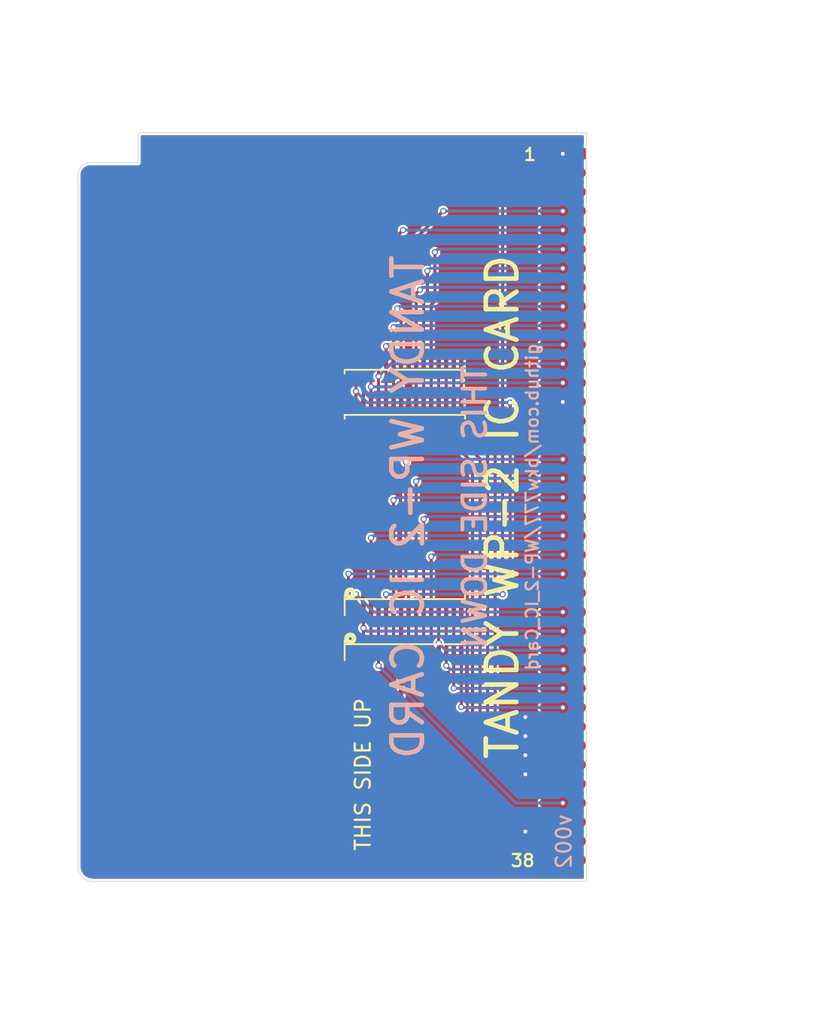
<source format=kicad_pcb>
(kicad_pcb (version 20171130) (host pcbnew 5.1.6-c6e7f7d~87~ubuntu20.04.1)

  (general
    (thickness 0.8)
    (drawings 48)
    (tracks 201)
    (zones 0)
    (modules 4)
    (nets 33)
  )

  (page USLetter)
  (title_block
    (title "WP-2 128K RAM IC-Card")
    (date 2020-09-26)
    (company "Brian K. White - b.kenyon.w@gmail.com")
  )

  (layers
    (0 F.Cu signal)
    (31 B.Cu signal)
    (32 B.Adhes user)
    (33 F.Adhes user)
    (34 B.Paste user)
    (35 F.Paste user)
    (36 B.SilkS user)
    (37 F.SilkS user)
    (38 B.Mask user)
    (39 F.Mask user)
    (40 Dwgs.User user)
    (41 Cmts.User user)
    (42 Eco1.User user)
    (43 Eco2.User user)
    (44 Edge.Cuts user)
    (45 Margin user)
    (46 B.CrtYd user hide)
    (47 F.CrtYd user hide)
    (48 B.Fab user hide)
    (49 F.Fab user hide)
  )

  (setup
    (last_trace_width 0.2032)
    (user_trace_width 0.1524)
    (user_trace_width 0.1778)
    (user_trace_width 0.2032)
    (user_trace_width 0.3048)
    (user_trace_width 0.508)
    (trace_clearance 0.1524)
    (zone_clearance 0.508)
    (zone_45_only no)
    (trace_min 0.1524)
    (via_size 0.4064)
    (via_drill 0.254)
    (via_min_size 0.4064)
    (via_min_drill 0.254)
    (uvia_size 0.4064)
    (uvia_drill 0.254)
    (uvias_allowed no)
    (uvia_min_size 0.4064)
    (uvia_min_drill 0.254)
    (edge_width 0.05)
    (segment_width 0.2)
    (pcb_text_width 0.3)
    (pcb_text_size 1.5 1.5)
    (mod_edge_width 0.12)
    (mod_text_size 1 1)
    (mod_text_width 0.15)
    (pad_size 0.3 1)
    (pad_drill 0)
    (pad_to_mask_clearance 0)
    (aux_axis_origin 0 0)
    (grid_origin 158.75 99.695)
    (visible_elements FFFFFF7F)
    (pcbplotparams
      (layerselection 0x010f0_ffffffff)
      (usegerberextensions false)
      (usegerberattributes true)
      (usegerberadvancedattributes true)
      (creategerberjobfile true)
      (excludeedgelayer true)
      (linewidth 0.100000)
      (plotframeref false)
      (viasonmask false)
      (mode 1)
      (useauxorigin false)
      (hpglpennumber 1)
      (hpglpenspeed 20)
      (hpglpendiameter 15.000000)
      (psnegative false)
      (psa4output false)
      (plotreference true)
      (plotvalue true)
      (plotinvisibletext false)
      (padsonsilk false)
      (subtractmaskfromsilk false)
      (outputformat 1)
      (mirror false)
      (drillshape 0)
      (scaleselection 1)
      (outputdirectory "GERBER"))
  )

  (net 0 "")
  (net 1 GND)
  (net 2 /CE2)
  (net 3 /~CE1)
  (net 4 /~OE)
  (net 5 /D0)
  (net 6 /D1)
  (net 7 /D2)
  (net 8 /D3)
  (net 9 /D4)
  (net 10 /D5)
  (net 11 /D6)
  (net 12 /D7)
  (net 13 /A16)
  (net 14 /A15)
  (net 15 /A14)
  (net 16 /A13)
  (net 17 /A12)
  (net 18 /A11)
  (net 19 /A10)
  (net 20 /A9)
  (net 21 /A8)
  (net 22 /A7)
  (net 23 /A6)
  (net 24 /A5)
  (net 25 /A4)
  (net 26 /A3)
  (net 27 /A2)
  (net 28 /A1)
  (net 29 /A0)
  (net 30 /R~W)
  (net 31 VDD)
  (net 32 /~DET)

  (net_class Default "This is the default net class."
    (clearance 0.1524)
    (trace_width 0.254)
    (via_dia 0.4064)
    (via_drill 0.254)
    (uvia_dia 0.4064)
    (uvia_drill 0.254)
    (diff_pair_width 0.1524)
    (diff_pair_gap 0.2032)
    (add_net /A0)
    (add_net /A1)
    (add_net /A10)
    (add_net /A11)
    (add_net /A12)
    (add_net /A13)
    (add_net /A14)
    (add_net /A15)
    (add_net /A16)
    (add_net /A2)
    (add_net /A3)
    (add_net /A4)
    (add_net /A5)
    (add_net /A6)
    (add_net /A7)
    (add_net /A8)
    (add_net /A9)
    (add_net /CE2)
    (add_net /D0)
    (add_net /D1)
    (add_net /D2)
    (add_net /D3)
    (add_net /D4)
    (add_net /D5)
    (add_net /D6)
    (add_net /D7)
    (add_net /R~W)
    (add_net /~CE1)
    (add_net /~DET)
    (add_net /~OE)
    (add_net GND)
    (add_net VDD)
  )

  (module 0_LOCAL:PinSocket_1x38x1.27_edge_ext (layer F.Cu) (tedit 5F73CF27) (tstamp 5F74043C)
    (at 158.75 99.695)
    (descr "Through hole straight socket strip, 1x38, 1.27mm pitch, single row")
    (tags "Through hole socket strip THT 1x38 1.27mm single row")
    (path /5F6EF0A3)
    (attr smd)
    (fp_text reference J1 (at -2.8956 4.4196 -90) (layer F.SilkS) hide
      (effects (font (size 1 1) (thickness 0.15)))
    )
    (fp_text value Conn_01x38_Female (at -2.921 23.114 -90) (layer F.Fab)
      (effects (font (size 1 1) (thickness 0.15)))
    )
    (fp_line (start 0 -24.13) (end -3.221 -24.13) (layer F.CrtYd) (width 0.05))
    (fp_line (start 0 24.13) (end 0 -24.13) (layer F.CrtYd) (width 0.05))
    (fp_line (start -3.221 24.13) (end 0 24.13) (layer F.CrtYd) (width 0.05))
    (fp_line (start -3.221 -24.13) (end -3.221 24.13) (layer F.CrtYd) (width 0.05))
    (fp_line (start 3.302 -24.9) (end 0 -24.9) (layer F.Fab) (width 0.1))
    (fp_line (start 0 24.9) (end 0 -24.9) (layer F.Fab) (width 0.1))
    (fp_line (start 0 24.9) (end 3.302 24.9) (layer F.Fab) (width 0.1))
    (fp_line (start 3.3 -24.9) (end 3.3 24.9) (layer F.Fab) (width 0.1))
    (fp_text user %R (at 0 -1.695) (layer F.Fab)
      (effects (font (size 1 1) (thickness 0.15)))
    )
    (pad 1 smd roundrect (at -1.57 -23.495) (size 3.048 0.762) (layers F.Cu F.Paste F.Mask) (roundrect_rratio 0.1)
      (net 1 GND))
    (pad 2 smd oval (at -1.57 -22.225) (size 3.048 0.762) (layers F.Cu F.Paste F.Mask)
      (net 32 /~DET))
    (pad 3 smd oval (at -1.57 -20.955) (size 3.048 0.762) (layers F.Cu F.Paste F.Mask)
      (net 2 /CE2))
    (pad 4 smd oval (at -1.57 -19.685) (size 3.048 0.762) (layers F.Cu F.Paste F.Mask)
      (net 3 /~CE1))
    (pad 5 smd oval (at -1.57 -18.415) (size 3.048 0.762) (layers F.Cu F.Paste F.Mask)
      (net 4 /~OE))
    (pad 6 smd oval (at -1.57 -17.145) (size 3.048 0.762) (layers F.Cu F.Paste F.Mask)
      (net 5 /D0))
    (pad 7 smd oval (at -1.57 -15.875) (size 3.048 0.762) (layers F.Cu F.Paste F.Mask)
      (net 6 /D1))
    (pad 8 smd oval (at -1.57 -14.605) (size 3.048 0.762) (layers F.Cu F.Paste F.Mask)
      (net 7 /D2))
    (pad 9 smd oval (at -1.57 -13.335) (size 3.048 0.762) (layers F.Cu F.Paste F.Mask)
      (net 8 /D3))
    (pad 10 smd oval (at -1.57 -12.065) (size 3.048 0.762) (layers F.Cu F.Paste F.Mask)
      (net 9 /D4))
    (pad 11 smd oval (at -1.57 -10.795) (size 3.048 0.762) (layers F.Cu F.Paste F.Mask)
      (net 10 /D5))
    (pad 12 smd oval (at -1.57 -9.525) (size 3.048 0.762) (layers F.Cu F.Paste F.Mask)
      (net 11 /D6))
    (pad 13 smd oval (at -1.57 -8.255) (size 3.048 0.762) (layers F.Cu F.Paste F.Mask)
      (net 12 /D7))
    (pad 14 smd oval (at -1.57 -6.985) (size 3.048 0.762) (layers F.Cu F.Paste F.Mask)
      (net 1 GND))
    (pad 15 smd oval (at -1.57 -5.715) (size 3.048 0.762) (layers F.Cu F.Paste F.Mask))
    (pad 16 smd oval (at -1.57 -4.445) (size 3.048 0.762) (layers F.Cu F.Paste F.Mask))
    (pad 17 smd oval (at -1.57 -3.175) (size 3.048 0.762) (layers F.Cu F.Paste F.Mask))
    (pad 18 smd oval (at -1.57 -1.905) (size 3.048 0.762) (layers F.Cu F.Paste F.Mask)
      (net 13 /A16))
    (pad 19 smd oval (at -1.57 -0.635) (size 3.048 0.762) (layers F.Cu F.Paste F.Mask)
      (net 14 /A15))
    (pad 20 smd oval (at -1.57 0.635) (size 3.048 0.762) (layers F.Cu F.Paste F.Mask)
      (net 15 /A14))
    (pad 21 smd oval (at -1.57 1.905) (size 3.048 0.762) (layers F.Cu F.Paste F.Mask)
      (net 16 /A13))
    (pad 22 smd oval (at -1.57 3.175) (size 3.048 0.762) (layers F.Cu F.Paste F.Mask)
      (net 17 /A12))
    (pad 23 smd oval (at -1.57 4.445) (size 3.048 0.762) (layers F.Cu F.Paste F.Mask)
      (net 18 /A11))
    (pad 24 smd oval (at -1.57 5.715) (size 3.048 0.762) (layers F.Cu F.Paste F.Mask)
      (net 19 /A10))
    (pad 25 smd oval (at -1.57 6.985) (size 3.048 0.762) (layers F.Cu F.Paste F.Mask)
      (net 20 /A9))
    (pad 26 smd oval (at -1.57 8.255) (size 3.048 0.762) (layers F.Cu F.Paste F.Mask)
      (net 21 /A8))
    (pad 27 smd oval (at -1.57 9.525) (size 3.048 0.762) (layers F.Cu F.Paste F.Mask)
      (net 22 /A7))
    (pad 28 smd oval (at -1.57 10.795) (size 3.048 0.762) (layers F.Cu F.Paste F.Mask)
      (net 23 /A6))
    (pad 29 smd oval (at -1.57 12.065) (size 3.048 0.762) (layers F.Cu F.Paste F.Mask)
      (net 24 /A5))
    (pad 30 smd oval (at -1.57 13.335) (size 3.048 0.762) (layers F.Cu F.Paste F.Mask)
      (net 25 /A4))
    (pad 31 smd oval (at -1.57 14.605) (size 3.048 0.762) (layers F.Cu F.Paste F.Mask)
      (net 26 /A3))
    (pad 32 smd oval (at -1.57 15.875) (size 3.048 0.762) (layers F.Cu F.Paste F.Mask)
      (net 27 /A2))
    (pad 33 smd oval (at -1.57 17.145) (size 3.048 0.762) (layers F.Cu F.Paste F.Mask)
      (net 28 /A1))
    (pad 34 smd oval (at -1.57 18.415) (size 3.048 0.762) (layers F.Cu F.Paste F.Mask)
      (net 29 /A0))
    (pad 35 smd oval (at -1.57 19.685) (size 3.048 0.762) (layers F.Cu F.Paste F.Mask)
      (net 30 /R~W))
    (pad 36 smd oval (at -1.57 20.955) (size 3.048 0.762) (layers F.Cu F.Paste F.Mask))
    (pad 37 smd oval (at -1.57 22.225) (size 3.048 0.762) (layers F.Cu F.Paste F.Mask))
    (pad 38 smd oval (at -1.57 23.495) (size 3.048 0.762) (layers F.Cu F.Paste F.Mask)
      (net 31 VDD))
    (model ${KIPRJMOD}/3d/PinSocket_1x38x1.27_cut.step
      (offset (xyz -0 0 0.12))
      (scale (xyz 1 1 1))
      (rotate (xyz 0 -90 0))
    )
  )

  (module 0_LOCAL:Net_Tie_2p_8mil (layer F.Cu) (tedit 5F70D483) (tstamp 5F712C2A)
    (at 157.05 76.835 270)
    (path /5F8923B3)
    (fp_text reference NT1 (at 0 1.016 90) (layer F.SilkS) hide
      (effects (font (size 0.508 0.508) (thickness 0.1016)))
    )
    (fp_text value Net-Tie_2 (at 0 -2 90) (layer F.Fab)
      (effects (font (size 1 1) (thickness 0.01)))
    )
    (fp_line (start -0.2032 0) (end 0.2032 0) (layer F.Cu) (width 0.2032))
    (pad 2 smd circle (at 0.2032 0 270) (size 0.2032 0.2032) (layers F.Cu)
      (net 32 /~DET))
    (pad 1 smd circle (at -0.2032 0 270) (size 0.2032 0.2032) (layers F.Cu)
      (net 1 GND))
  )

  (module 0_LOCAL:TSOP32-20mm (layer F.Cu) (tedit 5F70AFE8) (tstamp 5F712BCE)
    (at 146.68 99.695)
    (descr "Module CMS TSOP 32 pins")
    (tags "CMS TSOP")
    (path /5F718069)
    (attr smd)
    (fp_text reference U1 (at 0.009 8.382 180) (layer F.SilkS) hide
      (effects (font (size 1 1) (thickness 0.15)))
    )
    (fp_text value "SRAM 128Kx8 5v Parallel" (at 0 5) (layer F.Fab)
      (effects (font (size 1 1) (thickness 0.15)))
    )
    (fp_line (start 4 -9.125) (end 4 -8.875) (layer F.SilkS) (width 0.12))
    (fp_line (start -4 -9.125) (end -4 -8.875) (layer F.SilkS) (width 0.12))
    (fp_line (start 4 9.125) (end 4 8.875) (layer F.SilkS) (width 0.12))
    (fp_line (start -4 10.2) (end -4 8.875) (layer F.SilkS) (width 0.12))
    (fp_line (start 4 -9.125) (end -4 -9.125) (layer F.SilkS) (width 0.12))
    (fp_line (start -4 9.125) (end 4 9.125) (layer F.SilkS) (width 0.12))
    (fp_circle (center -3.625 8.75) (end -3.525 8.75) (layer F.SilkS) (width 0.3))
    (fp_text user %R (at 0 0) (layer F.Fab)
      (effects (font (size 1 1) (thickness 0.15)))
    )
    (pad 1 smd roundrect (at -3.75 9.75) (size 0.3 1) (layers F.Cu F.Paste F.Mask) (roundrect_rratio 0.25)
      (net 18 /A11))
    (pad 2 smd roundrect (at -3.25 9.75) (size 0.3 1) (layers F.Cu F.Paste F.Mask) (roundrect_rratio 0.25)
      (net 20 /A9))
    (pad 3 smd roundrect (at -2.75 9.75) (size 0.3 1) (layers F.Cu F.Paste F.Mask) (roundrect_rratio 0.25)
      (net 21 /A8))
    (pad 4 smd roundrect (at -2.25 9.75) (size 0.3 1) (layers F.Cu F.Paste F.Mask) (roundrect_rratio 0.25)
      (net 16 /A13))
    (pad 5 smd roundrect (at -1.75 9.75) (size 0.3 1) (layers F.Cu F.Paste F.Mask) (roundrect_rratio 0.25)
      (net 30 /R~W))
    (pad 6 smd roundrect (at -1.25 9.75) (size 0.3 1) (layers F.Cu F.Paste F.Mask) (roundrect_rratio 0.25)
      (net 2 /CE2))
    (pad 7 smd roundrect (at -0.75 9.75) (size 0.3 1) (layers F.Cu F.Paste F.Mask) (roundrect_rratio 0.25)
      (net 14 /A15))
    (pad 8 smd roundrect (at -0.25 9.75) (size 0.3 1) (layers F.Cu F.Paste F.Mask) (roundrect_rratio 0.25)
      (net 31 VDD))
    (pad 9 smd roundrect (at 0.25 9.75) (size 0.3 1) (layers F.Cu F.Paste F.Mask) (roundrect_rratio 0.25))
    (pad 10 smd roundrect (at 0.75 9.75) (size 0.3 1) (layers F.Cu F.Paste F.Mask) (roundrect_rratio 0.25)
      (net 13 /A16))
    (pad 11 smd roundrect (at 1.25 9.75) (size 0.3 1) (layers F.Cu F.Paste F.Mask) (roundrect_rratio 0.25)
      (net 15 /A14))
    (pad 12 smd roundrect (at 1.75 9.75) (size 0.3 1) (layers F.Cu F.Paste F.Mask) (roundrect_rratio 0.25)
      (net 17 /A12))
    (pad 13 smd roundrect (at 2.25 9.75) (size 0.3 1) (layers F.Cu F.Paste F.Mask) (roundrect_rratio 0.25)
      (net 22 /A7))
    (pad 14 smd roundrect (at 2.75 9.75) (size 0.3 1) (layers F.Cu F.Paste F.Mask) (roundrect_rratio 0.25)
      (net 23 /A6))
    (pad 15 smd roundrect (at 3.25 9.75) (size 0.3 1) (layers F.Cu F.Paste F.Mask) (roundrect_rratio 0.25)
      (net 24 /A5))
    (pad 16 smd roundrect (at 3.75 9.75) (size 0.3 1) (layers F.Cu F.Paste F.Mask) (roundrect_rratio 0.25)
      (net 25 /A4))
    (pad 17 smd roundrect (at 3.75 -9.75) (size 0.3 1) (layers F.Cu F.Paste F.Mask) (roundrect_rratio 0.25)
      (net 26 /A3))
    (pad 18 smd roundrect (at 3.25 -9.75) (size 0.3 1) (layers F.Cu F.Paste F.Mask) (roundrect_rratio 0.25)
      (net 27 /A2))
    (pad 19 smd roundrect (at 2.75 -9.75) (size 0.3 1) (layers F.Cu F.Paste F.Mask) (roundrect_rratio 0.25)
      (net 28 /A1))
    (pad 20 smd roundrect (at 2.25 -9.75) (size 0.3 1) (layers F.Cu F.Paste F.Mask) (roundrect_rratio 0.25)
      (net 29 /A0))
    (pad 21 smd roundrect (at 1.75 -9.75) (size 0.3 1) (layers F.Cu F.Paste F.Mask) (roundrect_rratio 0.25)
      (net 5 /D0))
    (pad 22 smd roundrect (at 1.25 -9.75) (size 0.3 1) (layers F.Cu F.Paste F.Mask) (roundrect_rratio 0.25)
      (net 6 /D1))
    (pad 23 smd roundrect (at 0.75 -9.75) (size 0.3 1) (layers F.Cu F.Paste F.Mask) (roundrect_rratio 0.25)
      (net 7 /D2))
    (pad 24 smd roundrect (at 0.25 -9.75) (size 0.3 1) (layers F.Cu F.Paste F.Mask) (roundrect_rratio 0.25)
      (net 1 GND))
    (pad 25 smd roundrect (at -0.25 -9.75) (size 0.3 1) (layers F.Cu F.Paste F.Mask) (roundrect_rratio 0.25)
      (net 8 /D3))
    (pad 26 smd roundrect (at -0.75 -9.75) (size 0.3 1) (layers F.Cu F.Paste F.Mask) (roundrect_rratio 0.25)
      (net 9 /D4))
    (pad 27 smd roundrect (at -1.25 -9.75) (size 0.3 1) (layers F.Cu F.Paste F.Mask) (roundrect_rratio 0.25)
      (net 10 /D5))
    (pad 28 smd roundrect (at -1.75 -9.75) (size 0.3 1) (layers F.Cu F.Paste F.Mask) (roundrect_rratio 0.25)
      (net 11 /D6))
    (pad 29 smd roundrect (at -2.25 -9.75) (size 0.3 1) (layers F.Cu F.Paste F.Mask) (roundrect_rratio 0.25)
      (net 12 /D7))
    (pad 30 smd roundrect (at -2.75 -9.75) (size 0.3 1) (layers F.Cu F.Paste F.Mask) (roundrect_rratio 0.25)
      (net 3 /~CE1))
    (pad 31 smd roundrect (at -3.25 -9.75) (size 0.3 1) (layers F.Cu F.Paste F.Mask) (roundrect_rratio 0.25)
      (net 19 /A10))
    (pad 32 smd roundrect (at -3.75 -9.75) (size 0.3 1) (layers F.Cu F.Paste F.Mask) (roundrect_rratio 0.25)
      (net 4 /~OE))
    (model ${KIPRJMOD}/3d/TSOP32_8X20.step
      (at (xyz 0 0 0))
      (scale (xyz 1 1 1))
      (rotate (xyz 0 0 -90))
    )
  )

  (module 0_LOCAL:TSOP32-14mm (layer F.Cu) (tedit 5F70AFD9) (tstamp 5F712C60)
    (at 146.68 99.695)
    (descr "Module CMS TSOP 32 pins")
    (tags "CMS TSOP")
    (path /5F906116)
    (attr virtual)
    (fp_text reference U2 (at 0 5.334 180) (layer F.SilkS) hide
      (effects (font (size 1 1) (thickness 0.15)))
    )
    (fp_text value "SRAM 128Kx8 5v Parallel" (at 1.27 0 90) (layer F.Fab)
      (effects (font (size 1 1) (thickness 0.15)))
    )
    (fp_line (start 4 -6.125) (end 4 -5.875) (layer F.SilkS) (width 0.12))
    (fp_line (start -4 -6.125) (end -4 -5.875) (layer F.SilkS) (width 0.12))
    (fp_line (start 4 6.125) (end 4 5.875) (layer F.SilkS) (width 0.12))
    (fp_line (start -4 7.2) (end -4 5.875) (layer F.SilkS) (width 0.12))
    (fp_line (start 4 -6.125) (end -4 -6.125) (layer F.SilkS) (width 0.12))
    (fp_line (start -4 6.125) (end 4 6.125) (layer F.SilkS) (width 0.12))
    (fp_circle (center -3.625 5.75) (end -3.525 5.75) (layer F.SilkS) (width 0.3))
    (pad 1 smd roundrect (at -3.75 6.75) (size 0.3 1) (layers F.Cu F.Paste F.Mask) (roundrect_rratio 0.25)
      (net 18 /A11))
    (pad 2 smd roundrect (at -3.25 6.75) (size 0.3 1) (layers F.Cu F.Paste F.Mask) (roundrect_rratio 0.25)
      (net 20 /A9))
    (pad 3 smd roundrect (at -2.75 6.75) (size 0.3 1) (layers F.Cu F.Paste F.Mask) (roundrect_rratio 0.25)
      (net 21 /A8))
    (pad 4 smd roundrect (at -2.25 6.75) (size 0.3 1) (layers F.Cu F.Paste F.Mask) (roundrect_rratio 0.25)
      (net 16 /A13))
    (pad 5 smd roundrect (at -1.75 6.75) (size 0.3 1) (layers F.Cu F.Paste F.Mask) (roundrect_rratio 0.25)
      (net 30 /R~W))
    (pad 6 smd roundrect (at -1.25 6.75) (size 0.3 1) (layers F.Cu F.Paste F.Mask) (roundrect_rratio 0.25)
      (net 2 /CE2))
    (pad 7 smd roundrect (at -0.75 6.75) (size 0.3 1) (layers F.Cu F.Paste F.Mask) (roundrect_rratio 0.25)
      (net 14 /A15))
    (pad 8 smd roundrect (at -0.25 6.75) (size 0.3 1) (layers F.Cu F.Paste F.Mask) (roundrect_rratio 0.25)
      (net 31 VDD))
    (pad 9 smd roundrect (at 0.25 6.75) (size 0.3 1) (layers F.Cu F.Paste F.Mask) (roundrect_rratio 0.25))
    (pad 10 smd roundrect (at 0.75 6.75) (size 0.3 1) (layers F.Cu F.Paste F.Mask) (roundrect_rratio 0.25)
      (net 13 /A16))
    (pad 11 smd roundrect (at 1.25 6.75) (size 0.3 1) (layers F.Cu F.Paste F.Mask) (roundrect_rratio 0.25)
      (net 15 /A14))
    (pad 12 smd roundrect (at 1.75 6.75) (size 0.3 1) (layers F.Cu F.Paste F.Mask) (roundrect_rratio 0.25)
      (net 17 /A12))
    (pad 13 smd roundrect (at 2.25 6.75) (size 0.3 1) (layers F.Cu F.Paste F.Mask) (roundrect_rratio 0.25)
      (net 22 /A7))
    (pad 14 smd roundrect (at 2.75 6.75) (size 0.3 1) (layers F.Cu F.Paste F.Mask) (roundrect_rratio 0.25)
      (net 23 /A6))
    (pad 15 smd roundrect (at 3.25 6.75) (size 0.3 1) (layers F.Cu F.Paste F.Mask) (roundrect_rratio 0.25)
      (net 24 /A5))
    (pad 16 smd roundrect (at 3.75 6.75) (size 0.3 1) (layers F.Cu F.Paste F.Mask) (roundrect_rratio 0.25)
      (net 25 /A4))
    (pad 17 smd roundrect (at 3.75 -6.75) (size 0.3 1) (layers F.Cu F.Paste F.Mask) (roundrect_rratio 0.25)
      (net 26 /A3))
    (pad 18 smd roundrect (at 3.25 -6.75) (size 0.3 1) (layers F.Cu F.Paste F.Mask) (roundrect_rratio 0.25)
      (net 27 /A2))
    (pad 19 smd roundrect (at 2.75 -6.75) (size 0.3 1) (layers F.Cu F.Paste F.Mask) (roundrect_rratio 0.25)
      (net 28 /A1))
    (pad 20 smd roundrect (at 2.25 -6.75) (size 0.3 1) (layers F.Cu F.Paste F.Mask) (roundrect_rratio 0.25)
      (net 29 /A0))
    (pad 21 smd roundrect (at 1.75 -6.75) (size 0.3 1) (layers F.Cu F.Paste F.Mask) (roundrect_rratio 0.25)
      (net 5 /D0))
    (pad 22 smd roundrect (at 1.25 -6.75) (size 0.3 1) (layers F.Cu F.Paste F.Mask) (roundrect_rratio 0.25)
      (net 6 /D1))
    (pad 23 smd roundrect (at 0.75 -6.75) (size 0.3 1) (layers F.Cu F.Paste F.Mask) (roundrect_rratio 0.25)
      (net 7 /D2))
    (pad 24 smd roundrect (at 0.25 -6.75) (size 0.3 1) (layers F.Cu F.Paste F.Mask) (roundrect_rratio 0.25)
      (net 1 GND))
    (pad 25 smd roundrect (at -0.25 -6.75) (size 0.3 1) (layers F.Cu F.Paste F.Mask) (roundrect_rratio 0.25)
      (net 8 /D3))
    (pad 26 smd roundrect (at -0.75 -6.75) (size 0.3 1) (layers F.Cu F.Paste F.Mask) (roundrect_rratio 0.25)
      (net 9 /D4))
    (pad 27 smd roundrect (at -1.25 -6.75) (size 0.3 1) (layers F.Cu F.Paste F.Mask) (roundrect_rratio 0.25)
      (net 10 /D5))
    (pad 28 smd roundrect (at -1.75 -6.75) (size 0.3 1) (layers F.Cu F.Paste F.Mask) (roundrect_rratio 0.25)
      (net 11 /D6))
    (pad 29 smd roundrect (at -2.25 -6.75) (size 0.3 1) (layers F.Cu F.Paste F.Mask) (roundrect_rratio 0.25)
      (net 12 /D7))
    (pad 30 smd roundrect (at -2.75 -6.75) (size 0.3 1) (layers F.Cu F.Paste F.Mask) (roundrect_rratio 0.25)
      (net 3 /~CE1))
    (pad 31 smd roundrect (at -3.25 -6.75) (size 0.3 1) (layers F.Cu F.Paste F.Mask) (roundrect_rratio 0.25)
      (net 19 /A10))
    (pad 32 smd roundrect (at -3.75 -6.75) (size 0.3 1) (layers F.Cu F.Paste F.Mask) (roundrect_rratio 0.25)
      (net 4 /~OE))
    (model ${KIPRJMOD}/3d/TSOP32_8x14.step
      (at (xyz 0 0 0))
      (scale (xyz 1 1 1))
      (rotate (xyz 0 0 -90))
    )
  )

  (gr_text v002 (at 157.25 121.945 -270) (layer B.SilkS)
    (effects (font (size 1 1) (thickness 0.15)) (justify mirror))
  )
  (gr_line (start 124.95 123.595) (end 124.95 77.595) (layer Edge.Cuts) (width 0.05))
  (gr_arc (start 125.95 123.595) (end 124.95 123.595) (angle -90) (layer Edge.Cuts) (width 0.05))
  (gr_arc (start 121.85 124.695) (end 119.85 124.695) (angle -90) (layer Dwgs.User) (width 0.15))
  (gr_arc (start 121.85 74.695) (end 121.85 72.695) (angle -90) (layer Dwgs.User) (width 0.15))
  (gr_line (start 164.85 124.595) (end 164.85 124.695) (layer Dwgs.User) (width 0.15) (tstamp 5F73C0EA))
  (gr_line (start 164.85 74.795) (end 164.85 74.695) (layer Dwgs.User) (width 0.15) (tstamp 5F73C0E2))
  (gr_line (start 163.25 74.795) (end 163.15 74.795) (layer Dwgs.User) (width 0.15) (tstamp 5F73C0D1))
  (gr_line (start 163.25 75.395) (end 164.85 74.795) (layer Dwgs.User) (width 0.15))
  (gr_line (start 163.25 74.795) (end 163.25 75.395) (layer Dwgs.User) (width 0.15))
  (gr_arc (start 162.85 74.695) (end 164.85 74.695) (angle -90) (layer Dwgs.User) (width 0.15))
  (gr_arc (start 162.85 124.695) (end 162.85 126.695) (angle -90) (layer Dwgs.User) (width 0.15))
  (gr_line (start 163.25 124.595) (end 163.25 123.995) (layer Dwgs.User) (width 0.15) (tstamp 5F73BFBA))
  (gr_line (start 163.25 124.595) (end 163.15 124.595) (layer Dwgs.User) (width 0.15) (tstamp 5F73BFB5))
  (gr_line (start 163.25 123.995) (end 164.85 124.595) (layer Dwgs.User) (width 0.15))
  (gr_line (start 158.75 74.795) (end 158.75 124.595) (layer Dwgs.User) (width 0.15) (tstamp 5F73AAD6))
  (gr_line (start 163.15 74.795) (end 158.75 74.795) (layer Dwgs.User) (width 0.15))
  (gr_arc (start 129.15 74.995) (end 129.15 74.795) (angle -90) (layer Edge.Cuts) (width 0.05))
  (gr_arc (start 125.75 77.595) (end 125.75 76.795) (angle -90) (layer Edge.Cuts) (width 0.05) (tstamp 5F73AA70))
  (gr_line (start 128.95 76.795) (end 128.95 74.995) (layer Edge.Cuts) (width 0.05))
  (gr_line (start 125.75 76.795) (end 128.95 76.795) (layer Edge.Cuts) (width 0.05))
  (gr_line (start 158.75 124.595) (end 158.75 74.795) (layer Edge.Cuts) (width 0.05) (tstamp 5F73AA2C))
  (gr_text "TANDY WP-2 IC CARD" (at 146.89 99.695 -270) (layer B.SilkS) (tstamp 5F71586A)
    (effects (font (size 2.032 2.032) (thickness 0.3048)) (justify mirror))
  )
  (gr_text "THIS SIDE DOWN" (at 151.335 99.695 -270) (layer B.SilkS) (tstamp 5F712A06)
    (effects (font (size 1.524 1.524) (thickness 0.254)) (justify mirror))
  )
  (gr_text "THIS SIDE UP" (at 143.895 117.475 90) (layer F.SilkS) (tstamp 5F712A09)
    (effects (font (size 1 1) (thickness 0.15)))
  )
  (gr_line (start 164.8732 76.2) (end 165.1272 75.946) (layer Dwgs.User) (width 0.15) (tstamp 5F7131A0))
  (gr_line (start 164.8732 76.2) (end 165.1272 76.454) (layer Dwgs.User) (width 0.15) (tstamp 5F71319F))
  (gr_line (start 164.8732 76.2) (end 166.8036 76.2) (layer Dwgs.User) (width 0.15) (tstamp 5F71319E))
  (gr_text "Socket header 4.4mm" (at 170.4104 77.597) (layer Dwgs.User) (tstamp 5F713196)
    (effects (font (size 0.6 0.6) (thickness 0.06)))
  )
  (gr_line (start 163.2476 77.597) (end 163.5016 77.343) (layer Dwgs.User) (width 0.15))
  (gr_line (start 163.2476 77.597) (end 165.178 77.597) (layer Dwgs.User) (width 0.15))
  (gr_line (start 163.2476 77.597) (end 163.5016 77.851) (layer Dwgs.User) (width 0.15))
  (gr_line (start 163.1518 124.595) (end 163.15 74.795) (layer Dwgs.User) (width 0.15))
  (gr_line (start 158.75 124.595) (end 163.15 124.595) (layer Dwgs.User) (width 0.15))
  (gr_text "Pins 6.0mm" (at 169.6992 76.2) (layer Dwgs.User)
    (effects (font (size 0.6 0.6) (thickness 0.06)))
  )
  (gr_line (start 164.75 76.195) (end 159.05 76.195) (layer Dwgs.User) (width 0.4))
  (gr_text SHELL_45 (at 121.11 99 90) (layer Dwgs.User) (tstamp 5F714189)
    (effects (font (size 1 1) (thickness 0.15)))
  )
  (gr_text WP-2 (at 135.11 99 90) (layer Dwgs.User)
    (effects (font (size 1 1) (thickness 0.15)))
  )
  (gr_line (start 133.51 66) (end 133.51 134) (layer Dwgs.User) (width 0.05))
  (gr_text 38 (at 154.5122 123.2154) (layer F.SilkS) (tstamp 5F712A00)
    (effects (font (size 0.8128 0.8128) (thickness 0.1524)))
  )
  (gr_text 1 (at 154.9948 76.2508) (layer F.SilkS) (tstamp 5F7129FD)
    (effects (font (size 0.8128 0.8128) (thickness 0.1524)))
  )
  (gr_text github.com/bkw777/WP-2_IC_Card (at 155.145 99.695 -270) (layer B.SilkS) (tstamp 5F7129FA)
    (effects (font (size 0.8128 0.8128) (thickness 0.1524)) (justify mirror))
  )
  (gr_text "TANDY WP-2 IC CARD" (at 153.166 99.695 -270) (layer F.SilkS) (tstamp 5F7129F7)
    (effects (font (size 2.032 2.032) (thickness 0.3048)))
  )
  (gr_line (start 121.85 126.695) (end 162.85 126.695) (layer Dwgs.User) (width 0.15) (tstamp 5F6F08D5))
  (gr_line (start 119.85 74.695) (end 119.85 124.695) (layer Dwgs.User) (width 0.15) (tstamp 5F713C75))
  (gr_line (start 162.85 72.695) (end 121.85 72.695) (layer Dwgs.User) (width 0.15))
  (gr_line (start 125.95 124.595) (end 158.75 124.595) (layer Edge.Cuts) (width 0.05) (tstamp 5F7129F1))
  (gr_line (start 158.75 74.795) (end 129.15 74.795) (layer Edge.Cuts) (width 0.05) (tstamp 5F7129EE))

  (via (at 157.18 96.52) (size 0.4064) (drill 0.254) (layers F.Cu B.Cu) (net 0))
  (segment (start 146.925 96.52) (end 157.18 96.52) (width 0.2032) (layer B.Cu) (net 0))
  (segment (start 146.75 96.695) (end 146.925 96.52) (width 0.2032) (layer B.Cu) (net 0))
  (via (at 146.75 96.695) (size 0.4064) (drill 0.254) (layers F.Cu B.Cu) (net 0))
  (segment (start 146.93 104.875) (end 146.93 106.445) (width 0.2032) (layer F.Cu) (net 0))
  (segment (start 146.75 104.695) (end 146.93 104.875) (width 0.2032) (layer F.Cu) (net 0))
  (segment (start 146.75 96.695) (end 146.75 104.695) (width 0.2032) (layer F.Cu) (net 0))
  (segment (start 146.93 106.445) (end 146.93 109.445) (width 0.2032) (layer F.Cu) (net 0))
  (via (at 154.69 113.665) (size 0.4064) (drill 0.254) (layers F.Cu B.Cu) (net 1) (tstamp 5F712ABA))
  (via (at 154.69 121.285) (size 0.4064) (drill 0.254) (layers F.Cu B.Cu) (net 1) (tstamp 5F71294C))
  (via (at 154.69 114.935) (size 0.4064) (drill 0.254) (layers F.Cu B.Cu) (net 1) (tstamp 5F7129EB))
  (via (at 154.69 116.205) (size 0.4064) (drill 0.254) (layers F.Cu B.Cu) (net 1) (tstamp 5F7129F4))
  (via (at 154.69 117.475) (size 0.4064) (drill 0.254) (layers F.Cu B.Cu) (net 1) (tstamp 5F71295B))
  (via (at 157.18 92.71) (size 0.4064) (drill 0.254) (layers F.Cu B.Cu) (net 1))
  (segment (start 157.05 76.33) (end 157.05 76.6318) (width 0.2032) (layer F.Cu) (net 1))
  (segment (start 157.18 76.2) (end 157.05 76.33) (width 0.2032) (layer F.Cu) (net 1))
  (via (at 157.18 76.2) (size 0.4064) (drill 0.254) (layers F.Cu B.Cu) (net 1))
  (segment (start 145.43 105.5) (end 145.43 105.5) (width 0.254) (layer F.Cu) (net 2) (tstamp 5F712958))
  (via (at 145.43 105.5) (size 0.4064) (drill 0.254) (layers F.Cu B.Cu) (net 2) (tstamp 5F712955))
  (segment (start 145.43 105.5) (end 153.18 105.5) (width 0.2032) (layer B.Cu) (net 2) (tstamp 5F712952))
  (segment (start 153.18 105.5) (end 153.18 105.5) (width 0.254) (layer B.Cu) (net 2) (tstamp 5F71294F))
  (via (at 153.18 105.5) (size 0.4064) (drill 0.254) (layers F.Cu B.Cu) (net 2) (tstamp 5F7129A6))
  (segment (start 145.43 109.445) (end 145.43 105.5) (width 0.2032) (layer F.Cu) (net 2) (tstamp 5F71299A))
  (segment (start 153.94 78.74) (end 157.08 78.74) (width 0.2032) (layer F.Cu) (net 2))
  (segment (start 153.18 79.5) (end 153.94 78.74) (width 0.2032) (layer F.Cu) (net 2))
  (segment (start 153.18 105.5) (end 153.18 79.5) (width 0.2032) (layer F.Cu) (net 2))
  (via (at 149.229 80.01) (size 0.4064) (drill 0.254) (layers F.Cu B.Cu) (net 3) (tstamp 5F712A18))
  (segment (start 143.93 85.309) (end 149.229 80.01) (width 0.2032) (layer F.Cu) (net 3) (tstamp 5F712A15))
  (segment (start 143.93 92.945) (end 143.93 85.309) (width 0.2032) (layer F.Cu) (net 3) (tstamp 5F7129E8))
  (segment (start 149.229 80.01) (end 157.18 80.01) (width 0.2032) (layer B.Cu) (net 3))
  (via (at 157.18 80.01) (size 0.4064) (drill 0.254) (layers F.Cu B.Cu) (net 3))
  (via (at 146.562 81.28) (size 0.4064) (drill 0.254) (layers F.Cu B.Cu) (net 4) (tstamp 5F7129BE))
  (segment (start 142.93 84.912) (end 146.562 81.28) (width 0.2032) (layer F.Cu) (net 4) (tstamp 5F7129BB))
  (segment (start 142.93 92.945) (end 142.93 84.912) (width 0.2032) (layer F.Cu) (net 4) (tstamp 5F7129CD))
  (segment (start 146.562 81.28) (end 157.18 81.28) (width 0.2032) (layer B.Cu) (net 4))
  (via (at 157.18 81.28) (size 0.4064) (drill 0.254) (layers F.Cu B.Cu) (net 4))
  (segment (start 148.43 92.945) (end 148.43 89.945) (width 0.2032) (layer F.Cu) (net 5) (tstamp 5F7129DF))
  (segment (start 148.43 86.25) (end 148.43 89.945) (width 0.2032) (layer F.Cu) (net 5) (tstamp 5F7129DC))
  (segment (start 148.68 82.75) (end 148.68 86) (width 0.2032) (layer F.Cu) (net 5) (tstamp 5F7129D9))
  (segment (start 148.68 86) (end 148.43 86.25) (width 0.2032) (layer F.Cu) (net 5) (tstamp 5F712A0C))
  (via (at 148.68 82.75) (size 0.4064) (drill 0.254) (layers F.Cu B.Cu) (net 5) (tstamp 5F7129B8))
  (segment (start 148.88 82.55) (end 148.68 82.75) (width 0.2032) (layer B.Cu) (net 5))
  (segment (start 157.18 82.55) (end 148.88 82.55) (width 0.2032) (layer B.Cu) (net 5))
  (via (at 157.18 82.55) (size 0.4064) (drill 0.254) (layers F.Cu B.Cu) (net 5))
  (segment (start 148.18 85.75) (end 147.93 86) (width 0.2032) (layer F.Cu) (net 6) (tstamp 5F7129B2))
  (segment (start 148.18 84) (end 148.18 85.75) (width 0.2032) (layer F.Cu) (net 6) (tstamp 5F7129AF))
  (segment (start 147.93 86) (end 147.93 89.945) (width 0.2032) (layer F.Cu) (net 6) (tstamp 5F7129AC))
  (via (at 148.18 84) (size 0.4064) (drill 0.254) (layers F.Cu B.Cu) (net 6) (tstamp 5F712A2A))
  (segment (start 147.93 92.945) (end 147.93 89.945) (width 0.2032) (layer F.Cu) (net 6) (tstamp 5F712A27))
  (segment (start 148.36 83.82) (end 148.18 84) (width 0.2032) (layer B.Cu) (net 6))
  (segment (start 157.18 83.82) (end 148.36 83.82) (width 0.2032) (layer B.Cu) (net 6))
  (via (at 157.18 83.82) (size 0.4064) (drill 0.254) (layers F.Cu B.Cu) (net 6))
  (segment (start 147.43 92.945) (end 147.43 89.945) (width 0.2032) (layer F.Cu) (net 7) (tstamp 5F712A21))
  (segment (start 147.43 85.5) (end 147.43 89.945) (width 0.2032) (layer F.Cu) (net 7) (tstamp 5F712A3C))
  (segment (start 147.68 85.25) (end 147.43 85.5) (width 0.2032) (layer F.Cu) (net 7) (tstamp 5F712A39))
  (via (at 147.68 85.25) (size 0.4064) (drill 0.254) (layers F.Cu B.Cu) (net 7) (tstamp 5F712A30))
  (segment (start 147.84 85.09) (end 147.68 85.25) (width 0.2032) (layer B.Cu) (net 7))
  (segment (start 157.18 85.09) (end 147.84 85.09) (width 0.2032) (layer B.Cu) (net 7))
  (via (at 157.18 85.09) (size 0.4064) (drill 0.254) (layers F.Cu B.Cu) (net 7))
  (segment (start 146.43 92.945) (end 146.43 89.945) (width 0.2032) (layer F.Cu) (net 8) (tstamp 5F71297F))
  (segment (start 146.43 86.75) (end 146.43 89.945) (width 0.2032) (layer F.Cu) (net 8) (tstamp 5F71297C))
  (segment (start 146.18 86.5) (end 146.43 86.75) (width 0.2032) (layer F.Cu) (net 8) (tstamp 5F712979))
  (via (at 146.18 86.5) (size 0.4064) (drill 0.254) (layers F.Cu B.Cu) (net 8) (tstamp 5F712B7D))
  (segment (start 146.32 86.36) (end 146.18 86.5) (width 0.2032) (layer B.Cu) (net 8))
  (segment (start 157.18 86.36) (end 146.32 86.36) (width 0.2032) (layer B.Cu) (net 8))
  (via (at 157.18 86.36) (size 0.4064) (drill 0.254) (layers F.Cu B.Cu) (net 8))
  (via (at 145.93 87.75) (size 0.4064) (drill 0.254) (layers F.Cu B.Cu) (net 9) (tstamp 5F712A7E))
  (segment (start 145.93 92.945) (end 145.93 89.945) (width 0.2032) (layer F.Cu) (net 9) (tstamp 5F712A7B))
  (segment (start 145.93 89.945) (end 145.93 87.75) (width 0.2032) (layer F.Cu) (net 9) (tstamp 5F712A78))
  (segment (start 146.05 87.63) (end 145.93 87.75) (width 0.2032) (layer B.Cu) (net 9))
  (segment (start 157.18 87.63) (end 146.05 87.63) (width 0.2032) (layer B.Cu) (net 9))
  (via (at 157.18 87.63) (size 0.4064) (drill 0.254) (layers F.Cu B.Cu) (net 9))
  (via (at 145.43 89) (size 0.4064) (drill 0.254) (layers F.Cu B.Cu) (net 10) (tstamp 5F712AFC))
  (segment (start 145.43 89.945) (end 145.43 89) (width 0.2032) (layer F.Cu) (net 10) (tstamp 5F712AF9))
  (segment (start 145.43 89.945) (end 145.43 92.945) (width 0.2032) (layer F.Cu) (net 10) (tstamp 5F712AF6))
  (segment (start 145.53 88.9) (end 145.43 89) (width 0.2032) (layer B.Cu) (net 10))
  (segment (start 157.18 88.9) (end 145.53 88.9) (width 0.2032) (layer B.Cu) (net 10))
  (via (at 157.18 88.9) (size 0.4064) (drill 0.254) (layers F.Cu B.Cu) (net 10))
  (via (at 144.93 91) (size 0.4064) (drill 0.254) (layers F.Cu B.Cu) (net 11) (tstamp 5F712B0B))
  (segment (start 144.93 91) (end 144.93 92.945) (width 0.2032) (layer F.Cu) (net 11) (tstamp 5F712B08))
  (segment (start 144.93 91) (end 144.93 89.945) (width 0.2032) (layer F.Cu) (net 11) (tstamp 5F712B05))
  (segment (start 157.18 90.17) (end 145.76 90.17) (width 0.2032) (layer B.Cu) (net 11))
  (segment (start 145.76 90.17) (end 144.93 91) (width 0.2032) (layer B.Cu) (net 11))
  (via (at 157.18 90.17) (size 0.4064) (drill 0.254) (layers F.Cu B.Cu) (net 11))
  (segment (start 144.43 92.9339) (end 144.4411 92.945) (width 0.254) (layer F.Cu) (net 12) (tstamp 5F712AFF))
  (via (at 144.43 91.7) (size 0.4064) (drill 0.254) (layers F.Cu B.Cu) (net 12) (tstamp 5F712B86))
  (segment (start 144.43 91.7) (end 144.43 92.945) (width 0.2032) (layer F.Cu) (net 12) (tstamp 5F712B83))
  (segment (start 144.43 91.7) (end 144.43 89.945) (width 0.2032) (layer F.Cu) (net 12) (tstamp 5F712B80))
  (segment (start 146.24 91.44) (end 145.98 91.7) (width 0.2032) (layer B.Cu) (net 12))
  (segment (start 145.98 91.7) (end 144.43 91.7) (width 0.2032) (layer B.Cu) (net 12))
  (segment (start 157.18 91.44) (end 146.24 91.44) (width 0.2032) (layer B.Cu) (net 12))
  (via (at 157.18 91.44) (size 0.4064) (drill 0.254) (layers F.Cu B.Cu) (net 12))
  (segment (start 157.23 97.79) (end 157.23 97.79) (width 0.254) (layer F.Cu) (net 13) (tstamp 5F712BA1))
  (segment (start 147.43 98) (end 147.43 98) (width 0.254) (layer B.Cu) (net 13) (tstamp 5F712B95))
  (via (at 147.43 98) (size 0.4064) (drill 0.254) (layers F.Cu B.Cu) (net 13) (tstamp 5F712B92))
  (segment (start 147.43 98) (end 147.43 109.445) (width 0.2032) (layer F.Cu) (net 13) (tstamp 5F712A90))
  (segment (start 147.64 97.79) (end 147.43 98) (width 0.2032) (layer B.Cu) (net 13))
  (segment (start 157.18 97.79) (end 147.64 97.79) (width 0.2032) (layer B.Cu) (net 13))
  (via (at 157.18 97.79) (size 0.4064) (drill 0.254) (layers F.Cu B.Cu) (net 13))
  (segment (start 145.93 99.25) (end 145.93 99.25) (width 0.254) (layer B.Cu) (net 14) (tstamp 5F712A84))
  (via (at 145.93 99.25) (size 0.4064) (drill 0.254) (layers F.Cu B.Cu) (net 14) (tstamp 5F712A81))
  (segment (start 145.93 109.445) (end 145.93 99.25) (width 0.2032) (layer F.Cu) (net 14) (tstamp 5F712ACC))
  (segment (start 146.12 99.06) (end 145.93 99.25) (width 0.2032) (layer B.Cu) (net 14))
  (segment (start 157.18 99.06) (end 146.12 99.06) (width 0.2032) (layer B.Cu) (net 14))
  (via (at 157.18 99.06) (size 0.4064) (drill 0.254) (layers F.Cu B.Cu) (net 14))
  (segment (start 157.23 100.33) (end 157.23 100.33) (width 0.254) (layer F.Cu) (net 15) (tstamp 5F712AC9))
  (segment (start 147.93 100.5) (end 147.93 100.5) (width 0.254) (layer B.Cu) (net 15) (tstamp 5F712ABD))
  (via (at 147.93 100.5) (size 0.4064) (drill 0.254) (layers F.Cu B.Cu) (net 15) (tstamp 5F712AA2))
  (segment (start 147.93 109.445) (end 147.93 100.5) (width 0.2032) (layer F.Cu) (net 15) (tstamp 5F712A9F))
  (segment (start 148.1 100.33) (end 147.93 100.5) (width 0.2032) (layer B.Cu) (net 15))
  (segment (start 157.18 100.33) (end 148.1 100.33) (width 0.2032) (layer B.Cu) (net 15))
  (via (at 157.18 100.33) (size 0.4064) (drill 0.254) (layers F.Cu B.Cu) (net 15))
  (via (at 144.43 101.75) (size 0.4064) (drill 0.254) (layers F.Cu B.Cu) (net 16) (tstamp 5F712A93))
  (segment (start 144.43 109.445) (end 144.43 101.75) (width 0.2032) (layer F.Cu) (net 16) (tstamp 5F712997))
  (segment (start 144.58 101.6) (end 144.43 101.75) (width 0.2032) (layer B.Cu) (net 16))
  (segment (start 157.18 101.6) (end 144.58 101.6) (width 0.2032) (layer B.Cu) (net 16))
  (via (at 157.18 101.6) (size 0.4064) (drill 0.254) (layers F.Cu B.Cu) (net 16))
  (segment (start 157.23 102.87) (end 157.23 102.87) (width 0.254) (layer F.Cu) (net 17) (tstamp 5F712994))
  (segment (start 148.43 103) (end 148.43 103) (width 0.254) (layer B.Cu) (net 17) (tstamp 5F712988))
  (via (at 148.43 103) (size 0.4064) (drill 0.254) (layers F.Cu B.Cu) (net 17) (tstamp 5F712985))
  (segment (start 148.43 109.445) (end 148.43 103) (width 0.2032) (layer F.Cu) (net 17) (tstamp 5F712AED))
  (segment (start 148.56 102.87) (end 148.43 103) (width 0.2032) (layer B.Cu) (net 17))
  (segment (start 157.18 102.87) (end 148.56 102.87) (width 0.2032) (layer B.Cu) (net 17))
  (via (at 157.18 102.87) (size 0.4064) (drill 0.254) (layers F.Cu B.Cu) (net 17))
  (via (at 142.93 104.14) (size 0.4064) (drill 0.254) (layers F.Cu B.Cu) (net 18) (tstamp 5F712AE4))
  (segment (start 142.93 109.445) (end 142.93 104.14) (width 0.2032) (layer F.Cu) (net 18) (tstamp 5F712AE1))
  (segment (start 142.93 104.14) (end 157.18 104.14) (width 0.2032) (layer B.Cu) (net 18))
  (via (at 157.18 104.14) (size 0.4064) (drill 0.254) (layers F.Cu B.Cu) (net 18))
  (segment (start 153.68 92.75) (end 153.68 92.75) (width 0.254) (layer B.Cu) (net 19) (tstamp 5F712B32))
  (via (at 153.68 92.75) (size 0.4064) (drill 0.254) (layers F.Cu B.Cu) (net 19) (tstamp 5F712B2F))
  (segment (start 144.18 92.75) (end 153.68 92.75) (width 0.2032) (layer B.Cu) (net 19) (tstamp 5F712B23))
  (segment (start 143.43 92) (end 144.18 92.75) (width 0.2032) (layer B.Cu) (net 19) (tstamp 5F712ADE))
  (via (at 143.43 92) (size 0.4064) (drill 0.254) (layers F.Cu B.Cu) (net 19) (tstamp 5F712ADB))
  (segment (start 143.43 92) (end 143.43 89.945) (width 0.2032) (layer F.Cu) (net 19) (tstamp 5F712AD8))
  (segment (start 143.43 92) (end 143.43 92.945) (width 0.2032) (layer F.Cu) (net 19) (tstamp 5F712AD5))
  (segment (start 154.09 105.41) (end 157.08 105.41) (width 0.2032) (layer F.Cu) (net 19))
  (segment (start 153.68 105) (end 154.09 105.41) (width 0.2032) (layer F.Cu) (net 19))
  (segment (start 153.68 92.75) (end 153.68 105) (width 0.2032) (layer F.Cu) (net 19))
  (via (at 143.43 105.5) (size 0.4064) (drill 0.254) (layers F.Cu B.Cu) (net 20) (tstamp 5F712B1A))
  (segment (start 143.43 109.445) (end 143.43 105.5) (width 0.2032) (layer F.Cu) (net 20) (tstamp 5F712B17))
  (segment (start 144.61 106.68) (end 143.43 105.5) (width 0.2032) (layer B.Cu) (net 20))
  (segment (start 157.18 106.68) (end 144.61 106.68) (width 0.2032) (layer B.Cu) (net 20))
  (via (at 157.18 106.68) (size 0.4064) (drill 0.254) (layers F.Cu B.Cu) (net 20))
  (segment (start 143.93 106.4493) (end 143.9343 106.445) (width 0.254) (layer F.Cu) (net 21) (tstamp 5F712B11))
  (segment (start 143.93 109.445) (end 143.93 106.445) (width 0.2032) (layer F.Cu) (net 21) (tstamp 5F712B0E))
  (via (at 143.93 107.75) (size 0.4064) (drill 0.254) (layers F.Cu B.Cu) (net 21) (tstamp 5F712B44))
  (segment (start 144.13 107.95) (end 143.93 107.75) (width 0.2032) (layer B.Cu) (net 21))
  (segment (start 157.18 107.95) (end 144.13 107.95) (width 0.2032) (layer B.Cu) (net 21))
  (via (at 157.18 107.95) (size 0.4064) (drill 0.254) (layers F.Cu B.Cu) (net 21))
  (via (at 148.93 108.75) (size 0.4064) (drill 0.254) (layers F.Cu B.Cu) (net 22) (tstamp 5F712B5F))
  (segment (start 148.93 106.445) (end 148.93 109.445) (width 0.2032) (layer F.Cu) (net 22) (tstamp 5F712B5C))
  (segment (start 149.4 109.22) (end 148.93 108.75) (width 0.2032) (layer B.Cu) (net 22))
  (segment (start 157.18 109.22) (end 149.4 109.22) (width 0.2032) (layer B.Cu) (net 22))
  (via (at 157.18 109.22) (size 0.4064) (drill 0.254) (layers F.Cu B.Cu) (net 22))
  (via (at 157.23 110.49) (size 0.4064) (drill 0.254) (layers F.Cu B.Cu) (net 23) (tstamp 5F712B59))
  (segment (start 149.43 110.25) (end 149.43 106.445) (width 0.2032) (layer F.Cu) (net 23) (tstamp 5F712B56))
  (segment (start 149.67 110.49) (end 157.23 110.49) (width 0.2032) (layer B.Cu) (net 23) (tstamp 5F712B53))
  (segment (start 149.43 110.25) (end 149.67 110.49) (width 0.2032) (layer B.Cu) (net 23) (tstamp 5F712B50))
  (via (at 149.43 110.25) (size 0.4064) (drill 0.254) (layers F.Cu B.Cu) (net 23) (tstamp 5F712B20))
  (segment (start 149.94 111.76) (end 149.93 111.75) (width 0.254) (layer B.Cu) (net 24) (tstamp 5F712AA5))
  (segment (start 149.93 111.75) (end 149.93 111.75) (width 0.254) (layer B.Cu) (net 24) (tstamp 5F712A69))
  (via (at 149.93 111.75) (size 0.4064) (drill 0.254) (layers F.Cu B.Cu) (net 24) (tstamp 5F7129D6))
  (segment (start 149.93 111.75) (end 149.93 106.445) (width 0.2032) (layer F.Cu) (net 24) (tstamp 5F7129D3))
  (segment (start 157.18 111.76) (end 149.94 111.76) (width 0.2032) (layer B.Cu) (net 24))
  (via (at 157.18 111.76) (size 0.4064) (drill 0.254) (layers F.Cu B.Cu) (net 24))
  (segment (start 150.46 113.03) (end 150.43 113) (width 0.254) (layer B.Cu) (net 25) (tstamp 5F7129C7))
  (segment (start 150.43 113) (end 150.43 113) (width 0.254) (layer B.Cu) (net 25) (tstamp 5F7129C4))
  (via (at 150.43 113) (size 0.4064) (drill 0.254) (layers F.Cu B.Cu) (net 25) (tstamp 5F712B6B))
  (segment (start 150.43 113) (end 150.43 106.445) (width 0.2032) (layer F.Cu) (net 25) (tstamp 5F712B68))
  (segment (start 157.18 113.03) (end 150.46 113.03) (width 0.2032) (layer B.Cu) (net 25))
  (via (at 157.18 113.03) (size 0.4064) (drill 0.254) (layers F.Cu B.Cu) (net 25))
  (segment (start 153.48 114.3) (end 157.08 114.3) (width 0.2032) (layer F.Cu) (net 26))
  (segment (start 152.68 113.5) (end 153.48 114.3) (width 0.2032) (layer F.Cu) (net 26))
  (segment (start 152.68 96) (end 152.68 113.5) (width 0.2032) (layer F.Cu) (net 26))
  (segment (start 150.43 93.75) (end 152.68 96) (width 0.2032) (layer F.Cu) (net 26))
  (segment (start 150.43 89.945) (end 150.43 93.75) (width 0.2032) (layer F.Cu) (net 26))
  (segment (start 153.5 115.57) (end 157.08 115.57) (width 0.2032) (layer F.Cu) (net 27))
  (segment (start 152.18 114.25) (end 153.5 115.57) (width 0.2032) (layer F.Cu) (net 27))
  (segment (start 152.18 96.25) (end 152.18 114.25) (width 0.2032) (layer F.Cu) (net 27))
  (segment (start 149.93 94) (end 152.18 96.25) (width 0.2032) (layer F.Cu) (net 27))
  (segment (start 149.93 89.945) (end 149.93 94) (width 0.2032) (layer F.Cu) (net 27))
  (segment (start 153.52 116.84) (end 157.08 116.84) (width 0.2032) (layer F.Cu) (net 28))
  (segment (start 151.68 115) (end 153.52 116.84) (width 0.2032) (layer F.Cu) (net 28))
  (segment (start 151.68 96.5) (end 151.68 115) (width 0.2032) (layer F.Cu) (net 28))
  (segment (start 149.43 94.25) (end 151.68 96.5) (width 0.2032) (layer F.Cu) (net 28))
  (segment (start 149.43 89.945) (end 149.43 94.25) (width 0.2032) (layer F.Cu) (net 28))
  (segment (start 153.54 118.11) (end 157.08 118.11) (width 0.2032) (layer F.Cu) (net 29))
  (segment (start 151.18 115.75) (end 153.54 118.11) (width 0.2032) (layer F.Cu) (net 29))
  (segment (start 151.18 96.75) (end 151.18 115.75) (width 0.2032) (layer F.Cu) (net 29))
  (segment (start 148.93 94.5) (end 151.18 96.75) (width 0.2032) (layer F.Cu) (net 29))
  (segment (start 148.93 89.945) (end 148.93 94.5) (width 0.2032) (layer F.Cu) (net 29))
  (segment (start 144.93 106.445) (end 144.93 110.255) (width 0.2032) (layer F.Cu) (net 30) (tstamp 5F712A51))
  (via (at 144.93 110.255) (size 0.4064) (drill 0.254) (layers F.Cu B.Cu) (net 30) (tstamp 5F712A48))
  (segment (start 157.18 119.38) (end 154.055 119.38) (width 0.2032) (layer B.Cu) (net 30))
  (segment (start 154.055 119.38) (end 144.93 110.255) (width 0.2032) (layer B.Cu) (net 30))
  (via (at 157.18 119.38) (size 0.4064) (drill 0.254) (layers F.Cu B.Cu) (net 30))
  (segment (start 146.43 114.5) (end 146.43 106.445) (width 0.3048) (layer F.Cu) (net 31))
  (segment (start 155.12 123.19) (end 146.43 114.5) (width 0.3048) (layer F.Cu) (net 31))
  (segment (start 157.08 123.19) (end 155.12 123.19) (width 0.3048) (layer F.Cu) (net 31))
  (segment (start 157.05 77.44) (end 157.08 77.47) (width 0.2032) (layer F.Cu) (net 32))
  (segment (start 157.05 77.0382) (end 157.05 77.44) (width 0.2032) (layer F.Cu) (net 32))

  (zone (net 1) (net_name GND) (layer F.Cu) (tstamp 5F712A3F) (hatch edge 0.508)
    (connect_pads (clearance 0.1524))
    (min_thickness 0.1524)
    (fill yes (arc_segments 32) (thermal_gap 0.1524) (thermal_bridge_width 0.508) (smoothing fillet) (radius 0.0762))
    (polygon
      (pts
        (xy 158.75 124.595) (xy 124.95 124.595) (xy 124.95 74.795) (xy 158.75 74.795)
      )
    )
    (filled_polygon
      (pts
        (xy 158.496401 75.589472) (xy 157.41495 75.5904) (xy 157.3578 75.64755) (xy 157.3578 76.0222) (xy 157.3778 76.0222)
        (xy 157.3778 76.3778) (xy 157.3578 76.3778) (xy 157.3578 76.3978) (xy 157.285122 76.3978) (xy 157.284616 76.397184)
        (xy 157.281716 76.394804) (xy 157.158631 76.271719) (xy 157.121821 76.308529) (xy 157.114729 76.306378) (xy 157.108549 76.305769)
        (xy 157.102532 76.304187) (xy 157.076198 76.302583) (xy 157.05 76.300003) (xy 157.043822 76.300611) (xy 157.037609 76.300233)
        (xy 157.011461 76.303799) (xy 156.98527 76.306378) (xy 156.97933 76.30818) (xy 156.97801 76.30836) (xy 156.941369 76.271719)
        (xy 156.835288 76.3778) (xy 155.48455 76.3778) (xy 155.4274 76.43495) (xy 155.426294 76.581) (xy 155.430708 76.625813)
        (xy 155.443779 76.668905) (xy 155.465006 76.708618) (xy 155.493573 76.743427) (xy 155.528382 76.771994) (xy 155.568095 76.793221)
        (xy 155.611187 76.806292) (xy 155.656 76.810706) (xy 156.7198 76.809793) (xy 156.7198 76.8604) (xy 156.007059 76.8604)
        (xy 155.917498 76.869221) (xy 155.802588 76.904079) (xy 155.696686 76.960684) (xy 155.603862 77.036862) (xy 155.527684 77.129686)
        (xy 155.471079 77.235588) (xy 155.436221 77.350498) (xy 155.424451 77.47) (xy 155.436221 77.589502) (xy 155.471079 77.704412)
        (xy 155.527684 77.810314) (xy 155.603862 77.903138) (xy 155.696686 77.979316) (xy 155.802588 78.035921) (xy 155.917498 78.070779)
        (xy 156.007059 78.0796) (xy 158.352941 78.0796) (xy 158.442502 78.070779) (xy 158.496401 78.054429) (xy 158.496401 78.155571)
        (xy 158.442502 78.139221) (xy 158.352941 78.1304) (xy 156.007059 78.1304) (xy 155.917498 78.139221) (xy 155.802588 78.174079)
        (xy 155.696686 78.230684) (xy 155.603862 78.306862) (xy 155.527684 78.399686) (xy 155.522278 78.4098) (xy 153.956204 78.4098)
        (xy 153.939999 78.408204) (xy 153.923794 78.4098) (xy 153.923785 78.4098) (xy 153.87527 78.414578) (xy 153.813027 78.43346)
        (xy 153.755663 78.464121) (xy 153.705384 78.505384) (xy 153.69505 78.517976) (xy 152.957982 79.255046) (xy 152.945385 79.265384)
        (xy 152.935048 79.27798) (xy 152.904121 79.315663) (xy 152.873461 79.373027) (xy 152.854579 79.435271) (xy 152.848203 79.5)
        (xy 152.849801 79.516223) (xy 152.8498 95.702827) (xy 150.7602 93.613228) (xy 150.7602 93.535832) (xy 150.786512 93.486606)
        (xy 150.803851 93.429445) (xy 150.809706 93.37) (xy 150.809706 92.52) (xy 150.803851 92.460555) (xy 150.786512 92.403394)
        (xy 150.7602 92.354168) (xy 150.7602 90.535832) (xy 150.786512 90.486606) (xy 150.803851 90.429445) (xy 150.809706 90.37)
        (xy 150.809706 89.52) (xy 150.803851 89.460555) (xy 150.786512 89.403394) (xy 150.758354 89.350714) (xy 150.72046 89.30454)
        (xy 150.674286 89.266646) (xy 150.621606 89.238488) (xy 150.564445 89.221149) (xy 150.505 89.215294) (xy 150.355 89.215294)
        (xy 150.295555 89.221149) (xy 150.238394 89.238488) (xy 150.185714 89.266646) (xy 150.18 89.271335) (xy 150.174286 89.266646)
        (xy 150.121606 89.238488) (xy 150.064445 89.221149) (xy 150.005 89.215294) (xy 149.855 89.215294) (xy 149.795555 89.221149)
        (xy 149.738394 89.238488) (xy 149.685714 89.266646) (xy 149.68 89.271335) (xy 149.674286 89.266646) (xy 149.621606 89.238488)
        (xy 149.564445 89.221149) (xy 149.505 89.215294) (xy 149.355 89.215294) (xy 149.295555 89.221149) (xy 149.238394 89.238488)
        (xy 149.185714 89.266646) (xy 149.18 89.271335) (xy 149.174286 89.266646) (xy 149.121606 89.238488) (xy 149.064445 89.221149)
        (xy 149.005 89.215294) (xy 148.855 89.215294) (xy 148.795555 89.221149) (xy 148.7602 89.231873) (xy 148.7602 86.386773)
        (xy 148.902023 86.244951) (xy 148.914616 86.234616) (xy 148.955879 86.184337) (xy 148.98654 86.126973) (xy 149.005422 86.06473)
        (xy 149.0102 86.016215) (xy 149.0102 86.016206) (xy 149.011796 86.000001) (xy 149.0102 85.983796) (xy 149.0102 83.030457)
        (xy 149.015401 83.025256) (xy 149.062656 82.954534) (xy 149.095206 82.875951) (xy 149.1118 82.792529) (xy 149.1118 82.707471)
        (xy 149.095206 82.624049) (xy 149.062656 82.545466) (xy 149.015401 82.474744) (xy 148.955256 82.414599) (xy 148.884534 82.367344)
        (xy 148.805951 82.334794) (xy 148.722529 82.3182) (xy 148.637471 82.3182) (xy 148.554049 82.334794) (xy 148.475466 82.367344)
        (xy 148.404744 82.414599) (xy 148.344599 82.474744) (xy 148.297344 82.545466) (xy 148.264794 82.624049) (xy 148.2482 82.707471)
        (xy 148.2482 82.792529) (xy 148.264794 82.875951) (xy 148.297344 82.954534) (xy 148.344599 83.025256) (xy 148.3498 83.030457)
        (xy 148.3498 83.602957) (xy 148.305951 83.584794) (xy 148.222529 83.5682) (xy 148.137471 83.5682) (xy 148.054049 83.584794)
        (xy 147.975466 83.617344) (xy 147.904744 83.664599) (xy 147.844599 83.724744) (xy 147.797344 83.795466) (xy 147.764794 83.874049)
        (xy 147.7482 83.957471) (xy 147.7482 84.042529) (xy 147.764794 84.125951) (xy 147.797344 84.204534) (xy 147.844599 84.275256)
        (xy 147.8498 84.280457) (xy 147.8498 84.852957) (xy 147.805951 84.834794) (xy 147.722529 84.8182) (xy 147.637471 84.8182)
        (xy 147.554049 84.834794) (xy 147.475466 84.867344) (xy 147.404744 84.914599) (xy 147.344599 84.974744) (xy 147.297344 85.045466)
        (xy 147.264794 85.124049) (xy 147.2482 85.207471) (xy 147.2482 85.214828) (xy 147.207986 85.255042) (xy 147.195384 85.265384)
        (xy 147.173107 85.292529) (xy 147.154121 85.315663) (xy 147.149445 85.324412) (xy 147.12346 85.373028) (xy 147.104578 85.435271)
        (xy 147.100959 85.472022) (xy 147.098203 85.5) (xy 147.0998 85.516213) (xy 147.099801 89.217244) (xy 147.08 89.215294)
        (xy 147.06095 89.2164) (xy 147.0038 89.27355) (xy 147.0038 89.7672) (xy 147.050294 89.7672) (xy 147.050294 90.1228)
        (xy 147.0038 90.1228) (xy 147.0038 90.61645) (xy 147.06095 90.6736) (xy 147.08 90.674706) (xy 147.099801 90.672756)
        (xy 147.0998 92.217244) (xy 147.08 92.215294) (xy 147.06095 92.2164) (xy 147.0038 92.27355) (xy 147.0038 92.7672)
        (xy 147.050294 92.7672) (xy 147.050294 93.1228) (xy 147.0038 93.1228) (xy 147.0038 93.61645) (xy 147.06095 93.6736)
        (xy 147.08 93.674706) (xy 147.124813 93.670292) (xy 147.167905 93.657221) (xy 147.207618 93.635994) (xy 147.208306 93.63543)
        (xy 147.238394 93.651512) (xy 147.295555 93.668851) (xy 147.355 93.674706) (xy 147.505 93.674706) (xy 147.564445 93.668851)
        (xy 147.621606 93.651512) (xy 147.674286 93.623354) (xy 147.68 93.618665) (xy 147.685714 93.623354) (xy 147.738394 93.651512)
        (xy 147.795555 93.668851) (xy 147.855 93.674706) (xy 148.005 93.674706) (xy 148.064445 93.668851) (xy 148.121606 93.651512)
        (xy 148.174286 93.623354) (xy 148.18 93.618665) (xy 148.185714 93.623354) (xy 148.238394 93.651512) (xy 148.295555 93.668851)
        (xy 148.355 93.674706) (xy 148.505 93.674706) (xy 148.564445 93.668851) (xy 148.599801 93.658126) (xy 148.599801 94.483777)
        (xy 148.598203 94.5) (xy 148.603772 94.55654) (xy 148.604579 94.56473) (xy 148.612124 94.5896) (xy 148.623461 94.626973)
        (xy 148.654121 94.684337) (xy 148.678042 94.713484) (xy 148.695385 94.734616) (xy 148.707983 94.744955) (xy 150.8498 96.886773)
        (xy 150.849801 112.897148) (xy 150.845206 112.874049) (xy 150.812656 112.795466) (xy 150.765401 112.724744) (xy 150.7602 112.719543)
        (xy 150.7602 110.035832) (xy 150.786512 109.986606) (xy 150.803851 109.929445) (xy 150.809706 109.87) (xy 150.809706 109.02)
        (xy 150.803851 108.960555) (xy 150.786512 108.903394) (xy 150.7602 108.854168) (xy 150.7602 107.035832) (xy 150.786512 106.986606)
        (xy 150.803851 106.929445) (xy 150.809706 106.87) (xy 150.809706 106.02) (xy 150.803851 105.960555) (xy 150.786512 105.903394)
        (xy 150.758354 105.850714) (xy 150.72046 105.80454) (xy 150.674286 105.766646) (xy 150.621606 105.738488) (xy 150.564445 105.721149)
        (xy 150.505 105.715294) (xy 150.355 105.715294) (xy 150.295555 105.721149) (xy 150.238394 105.738488) (xy 150.185714 105.766646)
        (xy 150.18 105.771335) (xy 150.174286 105.766646) (xy 150.121606 105.738488) (xy 150.064445 105.721149) (xy 150.005 105.715294)
        (xy 149.855 105.715294) (xy 149.795555 105.721149) (xy 149.738394 105.738488) (xy 149.685714 105.766646) (xy 149.68 105.771335)
        (xy 149.674286 105.766646) (xy 149.621606 105.738488) (xy 149.564445 105.721149) (xy 149.505 105.715294) (xy 149.355 105.715294)
        (xy 149.295555 105.721149) (xy 149.238394 105.738488) (xy 149.185714 105.766646) (xy 149.18 105.771335) (xy 149.174286 105.766646)
        (xy 149.121606 105.738488) (xy 149.064445 105.721149) (xy 149.005 105.715294) (xy 148.855 105.715294) (xy 148.795555 105.721149)
        (xy 148.7602 105.731873) (xy 148.7602 103.280457) (xy 148.765401 103.275256) (xy 148.812656 103.204534) (xy 148.845206 103.125951)
        (xy 148.8618 103.042529) (xy 148.8618 102.957471) (xy 148.845206 102.874049) (xy 148.812656 102.795466) (xy 148.765401 102.724744)
        (xy 148.705256 102.664599) (xy 148.634534 102.617344) (xy 148.555951 102.584794) (xy 148.472529 102.5682) (xy 148.387471 102.5682)
        (xy 148.304049 102.584794) (xy 148.2602 102.602957) (xy 148.2602 100.780457) (xy 148.265401 100.775256) (xy 148.312656 100.704534)
        (xy 148.345206 100.625951) (xy 148.3618 100.542529) (xy 148.3618 100.457471) (xy 148.345206 100.374049) (xy 148.312656 100.295466)
        (xy 148.265401 100.224744) (xy 148.205256 100.164599) (xy 148.134534 100.117344) (xy 148.055951 100.084794) (xy 147.972529 100.0682)
        (xy 147.887471 100.0682) (xy 147.804049 100.084794) (xy 147.7602 100.102957) (xy 147.7602 98.280457) (xy 147.765401 98.275256)
        (xy 147.812656 98.204534) (xy 147.845206 98.125951) (xy 147.8618 98.042529) (xy 147.8618 97.957471) (xy 147.845206 97.874049)
        (xy 147.812656 97.795466) (xy 147.765401 97.724744) (xy 147.705256 97.664599) (xy 147.634534 97.617344) (xy 147.555951 97.584794)
        (xy 147.472529 97.5682) (xy 147.387471 97.5682) (xy 147.304049 97.584794) (xy 147.225466 97.617344) (xy 147.154744 97.664599)
        (xy 147.094599 97.724744) (xy 147.0802 97.746294) (xy 147.0802 96.975457) (xy 147.085401 96.970256) (xy 147.132656 96.899534)
        (xy 147.165206 96.820951) (xy 147.1818 96.737529) (xy 147.1818 96.652471) (xy 147.165206 96.569049) (xy 147.132656 96.490466)
        (xy 147.085401 96.419744) (xy 147.025256 96.359599) (xy 146.954534 96.312344) (xy 146.875951 96.279794) (xy 146.792529 96.2632)
        (xy 146.707471 96.2632) (xy 146.624049 96.279794) (xy 146.545466 96.312344) (xy 146.474744 96.359599) (xy 146.414599 96.419744)
        (xy 146.367344 96.490466) (xy 146.334794 96.569049) (xy 146.3182 96.652471) (xy 146.3182 96.737529) (xy 146.334794 96.820951)
        (xy 146.367344 96.899534) (xy 146.414599 96.970256) (xy 146.4198 96.975457) (xy 146.419801 104.678777) (xy 146.418203 104.695)
        (xy 146.423581 104.7496) (xy 146.424579 104.75973) (xy 146.439911 104.81027) (xy 146.443461 104.821973) (xy 146.474121 104.879337)
        (xy 146.491641 104.900684) (xy 146.515385 104.929616) (xy 146.527982 104.939954) (xy 146.5998 105.011773) (xy 146.599801 105.731874)
        (xy 146.564445 105.721149) (xy 146.505 105.715294) (xy 146.355 105.715294) (xy 146.295555 105.721149) (xy 146.2602 105.731873)
        (xy 146.2602 99.530457) (xy 146.265401 99.525256) (xy 146.312656 99.454534) (xy 146.345206 99.375951) (xy 146.3618 99.292529)
        (xy 146.3618 99.207471) (xy 146.345206 99.124049) (xy 146.312656 99.045466) (xy 146.265401 98.974744) (xy 146.205256 98.914599)
        (xy 146.134534 98.867344) (xy 146.055951 98.834794) (xy 145.972529 98.8182) (xy 145.887471 98.8182) (xy 145.804049 98.834794)
        (xy 145.725466 98.867344) (xy 145.654744 98.914599) (xy 145.594599 98.974744) (xy 145.547344 99.045466) (xy 145.514794 99.124049)
        (xy 145.4982 99.207471) (xy 145.4982 99.292529) (xy 145.514794 99.375951) (xy 145.547344 99.454534) (xy 145.594599 99.525256)
        (xy 145.599801 99.530458) (xy 145.5998 105.102957) (xy 145.555951 105.084794) (xy 145.472529 105.0682) (xy 145.387471 105.0682)
        (xy 145.304049 105.084794) (xy 145.225466 105.117344) (xy 145.154744 105.164599) (xy 145.094599 105.224744) (xy 145.047344 105.295466)
        (xy 145.014794 105.374049) (xy 144.9982 105.457471) (xy 144.9982 105.542529) (xy 145.014794 105.625951) (xy 145.047344 105.704534)
        (xy 145.058023 105.720516) (xy 145.005 105.715294) (xy 144.855 105.715294) (xy 144.795555 105.721149) (xy 144.7602 105.731873)
        (xy 144.7602 102.030457) (xy 144.765401 102.025256) (xy 144.812656 101.954534) (xy 144.845206 101.875951) (xy 144.8618 101.792529)
        (xy 144.8618 101.707471) (xy 144.845206 101.624049) (xy 144.812656 101.545466) (xy 144.765401 101.474744) (xy 144.705256 101.414599)
        (xy 144.634534 101.367344) (xy 144.555951 101.334794) (xy 144.472529 101.3182) (xy 144.387471 101.3182) (xy 144.304049 101.334794)
        (xy 144.225466 101.367344) (xy 144.154744 101.414599) (xy 144.094599 101.474744) (xy 144.047344 101.545466) (xy 144.014794 101.624049)
        (xy 143.9982 101.707471) (xy 143.9982 101.792529) (xy 144.014794 101.875951) (xy 144.047344 101.954534) (xy 144.094599 102.025256)
        (xy 144.099801 102.030458) (xy 144.0998 105.731874) (xy 144.064445 105.721149) (xy 144.005 105.715294) (xy 143.855 105.715294)
        (xy 143.801977 105.720516) (xy 143.812656 105.704534) (xy 143.845206 105.625951) (xy 143.8618 105.542529) (xy 143.8618 105.457471)
        (xy 143.845206 105.374049) (xy 143.812656 105.295466) (xy 143.765401 105.224744) (xy 143.705256 105.164599) (xy 143.634534 105.117344)
        (xy 143.555951 105.084794) (xy 143.472529 105.0682) (xy 143.387471 105.0682) (xy 143.304049 105.084794) (xy 143.2602 105.102957)
        (xy 143.2602 104.420457) (xy 143.265401 104.415256) (xy 143.312656 104.344534) (xy 143.345206 104.265951) (xy 143.3618 104.182529)
        (xy 143.3618 104.097471) (xy 143.345206 104.014049) (xy 143.312656 103.935466) (xy 143.265401 103.864744) (xy 143.205256 103.804599)
        (xy 143.134534 103.757344) (xy 143.055951 103.724794) (xy 142.972529 103.7082) (xy 142.887471 103.7082) (xy 142.804049 103.724794)
        (xy 142.725466 103.757344) (xy 142.654744 103.804599) (xy 142.594599 103.864744) (xy 142.547344 103.935466) (xy 142.514794 104.014049)
        (xy 142.4982 104.097471) (xy 142.4982 104.182529) (xy 142.514794 104.265951) (xy 142.547344 104.344534) (xy 142.594599 104.415256)
        (xy 142.599801 104.420458) (xy 142.599801 105.854166) (xy 142.573488 105.903394) (xy 142.556149 105.960555) (xy 142.550294 106.02)
        (xy 142.550294 106.87) (xy 142.556149 106.929445) (xy 142.573488 106.986606) (xy 142.5998 107.035833) (xy 142.5998 108.854167)
        (xy 142.573488 108.903394) (xy 142.556149 108.960555) (xy 142.550294 109.02) (xy 142.550294 109.87) (xy 142.556149 109.929445)
        (xy 142.573488 109.986606) (xy 142.601646 110.039286) (xy 142.63954 110.08546) (xy 142.685714 110.123354) (xy 142.738394 110.151512)
        (xy 142.795555 110.168851) (xy 142.855 110.174706) (xy 143.005 110.174706) (xy 143.064445 110.168851) (xy 143.121606 110.151512)
        (xy 143.174286 110.123354) (xy 143.18 110.118665) (xy 143.185714 110.123354) (xy 143.238394 110.151512) (xy 143.295555 110.168851)
        (xy 143.355 110.174706) (xy 143.505 110.174706) (xy 143.564445 110.168851) (xy 143.621606 110.151512) (xy 143.674286 110.123354)
        (xy 143.68 110.118665) (xy 143.685714 110.123354) (xy 143.738394 110.151512) (xy 143.795555 110.168851) (xy 143.855 110.174706)
        (xy 144.005 110.174706) (xy 144.064445 110.168851) (xy 144.121606 110.151512) (xy 144.174286 110.123354) (xy 144.18 110.118665)
        (xy 144.185714 110.123354) (xy 144.238394 110.151512) (xy 144.295555 110.168851) (xy 144.355 110.174706) (xy 144.505 110.174706)
        (xy 144.505726 110.174634) (xy 144.4982 110.212471) (xy 144.4982 110.297529) (xy 144.514794 110.380951) (xy 144.547344 110.459534)
        (xy 144.594599 110.530256) (xy 144.654744 110.590401) (xy 144.725466 110.637656) (xy 144.804049 110.670206) (xy 144.887471 110.6868)
        (xy 144.972529 110.6868) (xy 145.055951 110.670206) (xy 145.134534 110.637656) (xy 145.205256 110.590401) (xy 145.265401 110.530256)
        (xy 145.312656 110.459534) (xy 145.345206 110.380951) (xy 145.3618 110.297529) (xy 145.3618 110.212471) (xy 145.354274 110.174634)
        (xy 145.355 110.174706) (xy 145.505 110.174706) (xy 145.564445 110.168851) (xy 145.621606 110.151512) (xy 145.674286 110.123354)
        (xy 145.68 110.118665) (xy 145.685714 110.123354) (xy 145.738394 110.151512) (xy 145.795555 110.168851) (xy 145.855 110.174706)
        (xy 146.005 110.174706) (xy 146.049001 110.170372) (xy 146.049 114.48129) (xy 146.047157 114.5) (xy 146.049 114.51871)
        (xy 146.049 114.518712) (xy 146.054513 114.574688) (xy 146.071837 114.631797) (xy 146.076299 114.646507) (xy 146.111678 114.712696)
        (xy 146.127666 114.732177) (xy 146.159289 114.770711) (xy 146.173832 114.782646) (xy 154.837359 123.446174) (xy 154.849289 123.460711)
        (xy 154.863824 123.472639) (xy 154.907303 123.508322) (xy 154.948447 123.530314) (xy 154.973492 123.543701) (xy 155.045311 123.565487)
        (xy 155.101287 123.571) (xy 155.10129 123.571) (xy 155.12 123.572843) (xy 155.13871 123.571) (xy 155.561074 123.571)
        (xy 155.603862 123.623138) (xy 155.696686 123.699316) (xy 155.802588 123.755921) (xy 155.917498 123.790779) (xy 156.007059 123.7996)
        (xy 158.352941 123.7996) (xy 158.442502 123.790779) (xy 158.4964 123.774429) (xy 158.4964 124.3414) (xy 125.962407 124.3414)
        (xy 125.805258 124.325991) (xy 125.666032 124.283957) (xy 125.537621 124.215679) (xy 125.424917 124.12376) (xy 125.332214 124.011701)
        (xy 125.263043 123.883772) (xy 125.220037 123.74484) (xy 125.2036 123.588459) (xy 125.2036 89.52) (xy 142.550294 89.52)
        (xy 142.550294 90.37) (xy 142.556149 90.429445) (xy 142.573488 90.486606) (xy 142.5998 90.535833) (xy 142.5998 92.354167)
        (xy 142.573488 92.403394) (xy 142.556149 92.460555) (xy 142.550294 92.52) (xy 142.550294 93.37) (xy 142.556149 93.429445)
        (xy 142.573488 93.486606) (xy 142.601646 93.539286) (xy 142.63954 93.58546) (xy 142.685714 93.623354) (xy 142.738394 93.651512)
        (xy 142.795555 93.668851) (xy 142.855 93.674706) (xy 143.005 93.674706) (xy 143.064445 93.668851) (xy 143.121606 93.651512)
        (xy 143.174286 93.623354) (xy 143.18 93.618665) (xy 143.185714 93.623354) (xy 143.238394 93.651512) (xy 143.295555 93.668851)
        (xy 143.355 93.674706) (xy 143.505 93.674706) (xy 143.564445 93.668851) (xy 143.621606 93.651512) (xy 143.674286 93.623354)
        (xy 143.68 93.618665) (xy 143.685714 93.623354) (xy 143.738394 93.651512) (xy 143.795555 93.668851) (xy 143.855 93.674706)
        (xy 144.005 93.674706) (xy 144.064445 93.668851) (xy 144.121606 93.651512) (xy 144.174286 93.623354) (xy 144.18 93.618665)
        (xy 144.185714 93.623354) (xy 144.238394 93.651512) (xy 144.295555 93.668851) (xy 144.355 93.674706) (xy 144.505 93.674706)
        (xy 144.564445 93.668851) (xy 144.621606 93.651512) (xy 144.674286 93.623354) (xy 144.68 93.618665) (xy 144.685714 93.623354)
        (xy 144.738394 93.651512) (xy 144.795555 93.668851) (xy 144.855 93.674706) (xy 145.005 93.674706) (xy 145.064445 93.668851)
        (xy 145.121606 93.651512) (xy 145.174286 93.623354) (xy 145.18 93.618665) (xy 145.185714 93.623354) (xy 145.238394 93.651512)
        (xy 145.295555 93.668851) (xy 145.355 93.674706) (xy 145.505 93.674706) (xy 145.564445 93.668851) (xy 145.621606 93.651512)
        (xy 145.674286 93.623354) (xy 145.68 93.618665) (xy 145.685714 93.623354) (xy 145.738394 93.651512) (xy 145.795555 93.668851)
        (xy 145.855 93.674706) (xy 146.005 93.674706) (xy 146.064445 93.668851) (xy 146.121606 93.651512) (xy 146.174286 93.623354)
        (xy 146.18 93.618665) (xy 146.185714 93.623354) (xy 146.238394 93.651512) (xy 146.295555 93.668851) (xy 146.355 93.674706)
        (xy 146.505 93.674706) (xy 146.564445 93.668851) (xy 146.621606 93.651512) (xy 146.651694 93.63543) (xy 146.652382 93.635994)
        (xy 146.692095 93.657221) (xy 146.735187 93.670292) (xy 146.78 93.674706) (xy 146.79905 93.6736) (xy 146.8562 93.61645)
        (xy 146.8562 93.1228) (xy 146.809706 93.1228) (xy 146.809706 92.7672) (xy 146.8562 92.7672) (xy 146.8562 92.27355)
        (xy 146.79905 92.2164) (xy 146.78 92.215294) (xy 146.7602 92.217244) (xy 146.7602 90.672756) (xy 146.78 90.674706)
        (xy 146.79905 90.6736) (xy 146.8562 90.61645) (xy 146.8562 90.1228) (xy 146.809706 90.1228) (xy 146.809706 89.7672)
        (xy 146.8562 89.7672) (xy 146.8562 89.27355) (xy 146.79905 89.2164) (xy 146.78 89.215294) (xy 146.7602 89.217244)
        (xy 146.7602 86.766204) (xy 146.761796 86.749999) (xy 146.7602 86.733794) (xy 146.7602 86.733785) (xy 146.755422 86.68527)
        (xy 146.73654 86.623027) (xy 146.705879 86.565663) (xy 146.695371 86.552859) (xy 146.674952 86.527978) (xy 146.67495 86.527976)
        (xy 146.664616 86.515384) (xy 146.652024 86.50505) (xy 146.6118 86.464826) (xy 146.6118 86.457471) (xy 146.595206 86.374049)
        (xy 146.562656 86.295466) (xy 146.515401 86.224744) (xy 146.455256 86.164599) (xy 146.384534 86.117344) (xy 146.305951 86.084794)
        (xy 146.222529 86.0682) (xy 146.137471 86.0682) (xy 146.054049 86.084794) (xy 145.975466 86.117344) (xy 145.904744 86.164599)
        (xy 145.844599 86.224744) (xy 145.797344 86.295466) (xy 145.764794 86.374049) (xy 145.7482 86.457471) (xy 145.7482 86.542529)
        (xy 145.764794 86.625951) (xy 145.797344 86.704534) (xy 145.844599 86.775256) (xy 145.904744 86.835401) (xy 145.975466 86.882656)
        (xy 146.054049 86.915206) (xy 146.0998 86.924307) (xy 146.0998 87.352957) (xy 146.055951 87.334794) (xy 145.972529 87.3182)
        (xy 145.887471 87.3182) (xy 145.804049 87.334794) (xy 145.725466 87.367344) (xy 145.654744 87.414599) (xy 145.594599 87.474744)
        (xy 145.547344 87.545466) (xy 145.514794 87.624049) (xy 145.4982 87.707471) (xy 145.4982 87.792529) (xy 145.514794 87.875951)
        (xy 145.547344 87.954534) (xy 145.594599 88.025256) (xy 145.599801 88.030458) (xy 145.599801 88.602957) (xy 145.555951 88.584794)
        (xy 145.472529 88.5682) (xy 145.387471 88.5682) (xy 145.304049 88.584794) (xy 145.225466 88.617344) (xy 145.154744 88.664599)
        (xy 145.094599 88.724744) (xy 145.047344 88.795466) (xy 145.014794 88.874049) (xy 144.9982 88.957471) (xy 144.9982 89.042529)
        (xy 145.014794 89.125951) (xy 145.047344 89.204534) (xy 145.058023 89.220516) (xy 145.005 89.215294) (xy 144.855 89.215294)
        (xy 144.795555 89.221149) (xy 144.738394 89.238488) (xy 144.685714 89.266646) (xy 144.68 89.271335) (xy 144.674286 89.266646)
        (xy 144.621606 89.238488) (xy 144.564445 89.221149) (xy 144.505 89.215294) (xy 144.355 89.215294) (xy 144.295555 89.221149)
        (xy 144.2602 89.231873) (xy 144.2602 85.445772) (xy 149.264173 80.4418) (xy 149.271529 80.4418) (xy 149.354951 80.425206)
        (xy 149.433534 80.392656) (xy 149.504256 80.345401) (xy 149.564401 80.285256) (xy 149.611656 80.214534) (xy 149.644206 80.135951)
        (xy 149.6608 80.052529) (xy 149.6608 79.967471) (xy 149.644206 79.884049) (xy 149.611656 79.805466) (xy 149.564401 79.734744)
        (xy 149.504256 79.674599) (xy 149.433534 79.627344) (xy 149.354951 79.594794) (xy 149.271529 79.5782) (xy 149.186471 79.5782)
        (xy 149.103049 79.594794) (xy 149.024466 79.627344) (xy 148.953744 79.674599) (xy 148.893599 79.734744) (xy 148.846344 79.805466)
        (xy 148.813794 79.884049) (xy 148.7972 79.967471) (xy 148.7972 79.974827) (xy 143.707983 85.064045) (xy 143.695385 85.074384)
        (xy 143.685048 85.08698) (xy 143.654121 85.124663) (xy 143.63085 85.168203) (xy 143.623461 85.182027) (xy 143.604723 85.243797)
        (xy 143.604579 85.244271) (xy 143.598203 85.309) (xy 143.599801 85.325223) (xy 143.5998 89.231874) (xy 143.564445 89.221149)
        (xy 143.505 89.215294) (xy 143.355 89.215294) (xy 143.295555 89.221149) (xy 143.2602 89.231873) (xy 143.2602 85.048772)
        (xy 146.597173 81.7118) (xy 146.604529 81.7118) (xy 146.687951 81.695206) (xy 146.766534 81.662656) (xy 146.837256 81.615401)
        (xy 146.897401 81.555256) (xy 146.944656 81.484534) (xy 146.977206 81.405951) (xy 146.9938 81.322529) (xy 146.9938 81.237471)
        (xy 146.977206 81.154049) (xy 146.944656 81.075466) (xy 146.897401 81.004744) (xy 146.837256 80.944599) (xy 146.766534 80.897344)
        (xy 146.687951 80.864794) (xy 146.604529 80.8482) (xy 146.519471 80.8482) (xy 146.436049 80.864794) (xy 146.357466 80.897344)
        (xy 146.286744 80.944599) (xy 146.226599 81.004744) (xy 146.179344 81.075466) (xy 146.146794 81.154049) (xy 146.1302 81.237471)
        (xy 146.1302 81.244827) (xy 142.707983 84.667045) (xy 142.695385 84.677384) (xy 142.685048 84.68998) (xy 142.654121 84.727663)
        (xy 142.623461 84.785027) (xy 142.604579 84.847271) (xy 142.598203 84.912) (xy 142.599801 84.928223) (xy 142.5998 89.354167)
        (xy 142.573488 89.403394) (xy 142.556149 89.460555) (xy 142.550294 89.52) (xy 125.2036 89.52) (xy 125.2036 77.607407)
        (xy 125.2152 77.489104) (xy 125.245952 77.387247) (xy 125.295906 77.293298) (xy 125.363155 77.210843) (xy 125.445136 77.143023)
        (xy 125.538734 77.092415) (xy 125.640374 77.060952) (xy 125.75789 77.0486) (xy 128.937541 77.0486) (xy 128.95 77.049827)
        (xy 128.962459 77.0486) (xy 128.999714 77.044931) (xy 129.047518 77.030429) (xy 129.091574 77.006881) (xy 129.13019 76.97519)
        (xy 129.161881 76.936574) (xy 129.185429 76.892518) (xy 129.199931 76.844714) (xy 129.204827 76.795) (xy 129.2036 76.782541)
        (xy 129.2036 75.819) (xy 155.426294 75.819) (xy 155.4274 75.96505) (xy 155.48455 76.0222) (xy 157.0022 76.0222)
        (xy 157.0022 75.64755) (xy 156.94505 75.5904) (xy 155.656 75.589294) (xy 155.611187 75.593708) (xy 155.568095 75.606779)
        (xy 155.528382 75.628006) (xy 155.493573 75.656573) (xy 155.465006 75.691382) (xy 155.443779 75.731095) (xy 155.430708 75.774187)
        (xy 155.426294 75.819) (xy 129.2036 75.819) (xy 129.2036 75.0486) (xy 158.496401 75.0486)
      )
    )
    (filled_polygon
      (pts
        (xy 148.685714 110.123354) (xy 148.738394 110.151512) (xy 148.795555 110.168851) (xy 148.855 110.174706) (xy 149.004717 110.174706)
        (xy 148.9982 110.207471) (xy 148.9982 110.292529) (xy 149.014794 110.375951) (xy 149.047344 110.454534) (xy 149.094599 110.525256)
        (xy 149.154744 110.585401) (xy 149.225466 110.632656) (xy 149.304049 110.665206) (xy 149.387471 110.6818) (xy 149.472529 110.6818)
        (xy 149.555951 110.665206) (xy 149.5998 110.647043) (xy 149.5998 111.469543) (xy 149.594599 111.474744) (xy 149.547344 111.545466)
        (xy 149.514794 111.624049) (xy 149.4982 111.707471) (xy 149.4982 111.792529) (xy 149.514794 111.875951) (xy 149.547344 111.954534)
        (xy 149.594599 112.025256) (xy 149.654744 112.085401) (xy 149.725466 112.132656) (xy 149.804049 112.165206) (xy 149.887471 112.1818)
        (xy 149.972529 112.1818) (xy 150.055951 112.165206) (xy 150.0998 112.147043) (xy 150.0998 112.719543) (xy 150.094599 112.724744)
        (xy 150.047344 112.795466) (xy 150.014794 112.874049) (xy 149.9982 112.957471) (xy 149.9982 113.042529) (xy 150.014794 113.125951)
        (xy 150.047344 113.204534) (xy 150.094599 113.275256) (xy 150.154744 113.335401) (xy 150.225466 113.382656) (xy 150.304049 113.415206)
        (xy 150.387471 113.4318) (xy 150.472529 113.4318) (xy 150.555951 113.415206) (xy 150.634534 113.382656) (xy 150.705256 113.335401)
        (xy 150.765401 113.275256) (xy 150.812656 113.204534) (xy 150.845206 113.125951) (xy 150.849801 113.102852) (xy 150.849801 115.733777)
        (xy 150.848203 115.75) (xy 150.853563 115.804412) (xy 150.854579 115.81473) (xy 150.864028 115.845879) (xy 150.873461 115.876973)
        (xy 150.904121 115.934337) (xy 150.928042 115.963484) (xy 150.945385 115.984616) (xy 150.957983 115.994955) (xy 153.295045 118.332018)
        (xy 153.305384 118.344616) (xy 153.331742 118.366247) (xy 153.355662 118.385879) (xy 153.386323 118.402267) (xy 153.413027 118.41654)
        (xy 153.47527 118.435422) (xy 153.523785 118.4402) (xy 153.523786 118.4402) (xy 153.539999 118.441797) (xy 153.556212 118.4402)
        (xy 155.522278 118.4402) (xy 155.527684 118.450314) (xy 155.603862 118.543138) (xy 155.696686 118.619316) (xy 155.802588 118.675921)
        (xy 155.917498 118.710779) (xy 156.007059 118.7196) (xy 158.352941 118.7196) (xy 158.442502 118.710779) (xy 158.4964 118.694429)
        (xy 158.4964 118.795571) (xy 158.442502 118.779221) (xy 158.352941 118.7704) (xy 156.007059 118.7704) (xy 155.917498 118.779221)
        (xy 155.802588 118.814079) (xy 155.696686 118.870684) (xy 155.603862 118.946862) (xy 155.527684 119.039686) (xy 155.471079 119.145588)
        (xy 155.436221 119.260498) (xy 155.424451 119.38) (xy 155.436221 119.499502) (xy 155.471079 119.614412) (xy 155.527684 119.720314)
        (xy 155.603862 119.813138) (xy 155.696686 119.889316) (xy 155.802588 119.945921) (xy 155.917498 119.980779) (xy 156.007059 119.9896)
        (xy 158.352941 119.9896) (xy 158.442502 119.980779) (xy 158.4964 119.964429) (xy 158.4964 120.065571) (xy 158.442502 120.049221)
        (xy 158.352941 120.0404) (xy 156.007059 120.0404) (xy 155.917498 120.049221) (xy 155.802588 120.084079) (xy 155.696686 120.140684)
        (xy 155.603862 120.216862) (xy 155.527684 120.309686) (xy 155.471079 120.415588) (xy 155.436221 120.530498) (xy 155.424451 120.65)
        (xy 155.436221 120.769502) (xy 155.471079 120.884412) (xy 155.527684 120.990314) (xy 155.603862 121.083138) (xy 155.696686 121.159316)
        (xy 155.802588 121.215921) (xy 155.917498 121.250779) (xy 156.007059 121.2596) (xy 158.352941 121.2596) (xy 158.442502 121.250779)
        (xy 158.4964 121.234429) (xy 158.4964 121.335571) (xy 158.442502 121.319221) (xy 158.352941 121.3104) (xy 156.007059 121.3104)
        (xy 155.917498 121.319221) (xy 155.802588 121.354079) (xy 155.696686 121.410684) (xy 155.603862 121.486862) (xy 155.527684 121.579686)
        (xy 155.471079 121.685588) (xy 155.436221 121.800498) (xy 155.424451 121.92) (xy 155.436221 122.039502) (xy 155.471079 122.154412)
        (xy 155.527684 122.260314) (xy 155.603862 122.353138) (xy 155.696686 122.429316) (xy 155.802588 122.485921) (xy 155.917498 122.520779)
        (xy 156.007059 122.5296) (xy 158.352941 122.5296) (xy 158.442502 122.520779) (xy 158.4964 122.504429) (xy 158.4964 122.605571)
        (xy 158.442502 122.589221) (xy 158.352941 122.5804) (xy 156.007059 122.5804) (xy 155.917498 122.589221) (xy 155.802588 122.624079)
        (xy 155.696686 122.680684) (xy 155.603862 122.756862) (xy 155.561074 122.809) (xy 155.277815 122.809) (xy 146.811 114.342186)
        (xy 146.811 110.170372) (xy 146.855 110.174706) (xy 147.005 110.174706) (xy 147.064445 110.168851) (xy 147.121606 110.151512)
        (xy 147.174286 110.123354) (xy 147.18 110.118665) (xy 147.185714 110.123354) (xy 147.238394 110.151512) (xy 147.295555 110.168851)
        (xy 147.355 110.174706) (xy 147.505 110.174706) (xy 147.564445 110.168851) (xy 147.621606 110.151512) (xy 147.674286 110.123354)
        (xy 147.68 110.118665) (xy 147.685714 110.123354) (xy 147.738394 110.151512) (xy 147.795555 110.168851) (xy 147.855 110.174706)
        (xy 148.005 110.174706) (xy 148.064445 110.168851) (xy 148.121606 110.151512) (xy 148.174286 110.123354) (xy 148.18 110.118665)
        (xy 148.185714 110.123354) (xy 148.238394 110.151512) (xy 148.295555 110.168851) (xy 148.355 110.174706) (xy 148.505 110.174706)
        (xy 148.564445 110.168851) (xy 148.621606 110.151512) (xy 148.674286 110.123354) (xy 148.68 110.118665)
      )
    )
    (filled_polygon
      (pts
        (xy 153.275045 117.062018) (xy 153.285384 117.074616) (xy 153.311742 117.096247) (xy 153.335662 117.115879) (xy 153.393026 117.14654)
        (xy 153.407513 117.150935) (xy 153.45527 117.165422) (xy 153.503785 117.1702) (xy 153.503787 117.1702) (xy 153.52 117.171797)
        (xy 153.536213 117.1702) (xy 155.522278 117.1702) (xy 155.527684 117.180314) (xy 155.603862 117.273138) (xy 155.696686 117.349316)
        (xy 155.802588 117.405921) (xy 155.917498 117.440779) (xy 156.007059 117.4496) (xy 158.352941 117.4496) (xy 158.442502 117.440779)
        (xy 158.4964 117.424429) (xy 158.4964 117.525571) (xy 158.442502 117.509221) (xy 158.352941 117.5004) (xy 156.007059 117.5004)
        (xy 155.917498 117.509221) (xy 155.802588 117.544079) (xy 155.696686 117.600684) (xy 155.603862 117.676862) (xy 155.527684 117.769686)
        (xy 155.522278 117.7798) (xy 153.676773 117.7798) (xy 151.5102 115.613228) (xy 151.5102 115.297172)
      )
    )
    (filled_polygon
      (pts
        (xy 153.255045 115.792018) (xy 153.265384 115.804616) (xy 153.291742 115.826247) (xy 153.315662 115.845879) (xy 153.373027 115.87654)
        (xy 153.43527 115.895422) (xy 153.483785 115.9002) (xy 153.483787 115.9002) (xy 153.5 115.901797) (xy 153.516213 115.9002)
        (xy 155.522278 115.9002) (xy 155.527684 115.910314) (xy 155.603862 116.003138) (xy 155.696686 116.079316) (xy 155.802588 116.135921)
        (xy 155.917498 116.170779) (xy 156.007059 116.1796) (xy 158.352941 116.1796) (xy 158.442502 116.170779) (xy 158.4964 116.154429)
        (xy 158.4964 116.255571) (xy 158.442502 116.239221) (xy 158.352941 116.2304) (xy 156.007059 116.2304) (xy 155.917498 116.239221)
        (xy 155.802588 116.274079) (xy 155.696686 116.330684) (xy 155.603862 116.406862) (xy 155.527684 116.499686) (xy 155.522278 116.5098)
        (xy 153.656773 116.5098) (xy 152.0102 114.863228) (xy 152.0102 114.547172)
      )
    )
    (filled_polygon
      (pts
        (xy 153.235045 114.522018) (xy 153.245384 114.534616) (xy 153.295663 114.575879) (xy 153.353027 114.60654) (xy 153.41527 114.625422)
        (xy 153.463785 114.6302) (xy 153.463787 114.6302) (xy 153.48 114.631797) (xy 153.496213 114.6302) (xy 155.522278 114.6302)
        (xy 155.527684 114.640314) (xy 155.603862 114.733138) (xy 155.696686 114.809316) (xy 155.802588 114.865921) (xy 155.917498 114.900779)
        (xy 156.007059 114.9096) (xy 158.352941 114.9096) (xy 158.442502 114.900779) (xy 158.4964 114.884429) (xy 158.4964 114.985571)
        (xy 158.442502 114.969221) (xy 158.352941 114.9604) (xy 156.007059 114.9604) (xy 155.917498 114.969221) (xy 155.802588 115.004079)
        (xy 155.696686 115.060684) (xy 155.603862 115.136862) (xy 155.527684 115.229686) (xy 155.522278 115.2398) (xy 153.636773 115.2398)
        (xy 152.5102 114.113228) (xy 152.5102 113.797172)
      )
    )
    (filled_polygon
      (pts
        (xy 153.845045 105.632018) (xy 153.855384 105.644616) (xy 153.903783 105.684336) (xy 153.905663 105.685879) (xy 153.963027 105.71654)
        (xy 154.02527 105.735422) (xy 154.09 105.741797) (xy 154.106215 105.7402) (xy 155.522278 105.7402) (xy 155.527684 105.750314)
        (xy 155.603862 105.843138) (xy 155.696686 105.919316) (xy 155.802588 105.975921) (xy 155.917498 106.010779) (xy 156.007059 106.0196)
        (xy 158.352941 106.0196) (xy 158.442502 106.010779) (xy 158.4964 105.994429) (xy 158.4964 106.095571) (xy 158.442502 106.079221)
        (xy 158.352941 106.0704) (xy 156.007059 106.0704) (xy 155.917498 106.079221) (xy 155.802588 106.114079) (xy 155.696686 106.170684)
        (xy 155.603862 106.246862) (xy 155.527684 106.339686) (xy 155.471079 106.445588) (xy 155.436221 106.560498) (xy 155.424451 106.68)
        (xy 155.436221 106.799502) (xy 155.471079 106.914412) (xy 155.527684 107.020314) (xy 155.603862 107.113138) (xy 155.696686 107.189316)
        (xy 155.802588 107.245921) (xy 155.917498 107.280779) (xy 156.007059 107.2896) (xy 158.352941 107.2896) (xy 158.442502 107.280779)
        (xy 158.4964 107.264429) (xy 158.4964 107.365571) (xy 158.442502 107.349221) (xy 158.352941 107.3404) (xy 156.007059 107.3404)
        (xy 155.917498 107.349221) (xy 155.802588 107.384079) (xy 155.696686 107.440684) (xy 155.603862 107.516862) (xy 155.527684 107.609686)
        (xy 155.471079 107.715588) (xy 155.436221 107.830498) (xy 155.424451 107.95) (xy 155.436221 108.069502) (xy 155.471079 108.184412)
        (xy 155.527684 108.290314) (xy 155.603862 108.383138) (xy 155.696686 108.459316) (xy 155.802588 108.515921) (xy 155.917498 108.550779)
        (xy 156.007059 108.5596) (xy 158.352941 108.5596) (xy 158.442502 108.550779) (xy 158.4964 108.534429) (xy 158.4964 108.635571)
        (xy 158.442502 108.619221) (xy 158.352941 108.6104) (xy 156.007059 108.6104) (xy 155.917498 108.619221) (xy 155.802588 108.654079)
        (xy 155.696686 108.710684) (xy 155.603862 108.786862) (xy 155.527684 108.879686) (xy 155.471079 108.985588) (xy 155.436221 109.100498)
        (xy 155.424451 109.22) (xy 155.436221 109.339502) (xy 155.471079 109.454412) (xy 155.527684 109.560314) (xy 155.603862 109.653138)
        (xy 155.696686 109.729316) (xy 155.802588 109.785921) (xy 155.917498 109.820779) (xy 156.007059 109.8296) (xy 158.352941 109.8296)
        (xy 158.442502 109.820779) (xy 158.4964 109.804429) (xy 158.4964 109.905571) (xy 158.442502 109.889221) (xy 158.352941 109.8804)
        (xy 156.007059 109.8804) (xy 155.917498 109.889221) (xy 155.802588 109.924079) (xy 155.696686 109.980684) (xy 155.603862 110.056862)
        (xy 155.527684 110.149686) (xy 155.471079 110.255588) (xy 155.436221 110.370498) (xy 155.424451 110.49) (xy 155.436221 110.609502)
        (xy 155.471079 110.724412) (xy 155.527684 110.830314) (xy 155.603862 110.923138) (xy 155.696686 110.999316) (xy 155.802588 111.055921)
        (xy 155.917498 111.090779) (xy 156.007059 111.0996) (xy 158.352941 111.0996) (xy 158.442502 111.090779) (xy 158.4964 111.074429)
        (xy 158.4964 111.175571) (xy 158.442502 111.159221) (xy 158.352941 111.1504) (xy 156.007059 111.1504) (xy 155.917498 111.159221)
        (xy 155.802588 111.194079) (xy 155.696686 111.250684) (xy 155.603862 111.326862) (xy 155.527684 111.419686) (xy 155.471079 111.525588)
        (xy 155.436221 111.640498) (xy 155.424451 111.76) (xy 155.436221 111.879502) (xy 155.471079 111.994412) (xy 155.527684 112.100314)
        (xy 155.603862 112.193138) (xy 155.696686 112.269316) (xy 155.802588 112.325921) (xy 155.917498 112.360779) (xy 156.007059 112.3696)
        (xy 158.352941 112.3696) (xy 158.442502 112.360779) (xy 158.4964 112.344429) (xy 158.4964 112.445571) (xy 158.442502 112.429221)
        (xy 158.352941 112.4204) (xy 156.007059 112.4204) (xy 155.917498 112.429221) (xy 155.802588 112.464079) (xy 155.696686 112.520684)
        (xy 155.603862 112.596862) (xy 155.527684 112.689686) (xy 155.471079 112.795588) (xy 155.436221 112.910498) (xy 155.424451 113.03)
        (xy 155.436221 113.149502) (xy 155.471079 113.264412) (xy 155.527684 113.370314) (xy 155.603862 113.463138) (xy 155.696686 113.539316)
        (xy 155.802588 113.595921) (xy 155.917498 113.630779) (xy 156.007059 113.6396) (xy 158.352941 113.6396) (xy 158.442502 113.630779)
        (xy 158.4964 113.614429) (xy 158.4964 113.715571) (xy 158.442502 113.699221) (xy 158.352941 113.6904) (xy 156.007059 113.6904)
        (xy 155.917498 113.699221) (xy 155.802588 113.734079) (xy 155.696686 113.790684) (xy 155.603862 113.866862) (xy 155.527684 113.959686)
        (xy 155.522278 113.9698) (xy 153.616773 113.9698) (xy 153.0102 113.363228) (xy 153.0102 105.897043) (xy 153.054049 105.915206)
        (xy 153.137471 105.9318) (xy 153.222529 105.9318) (xy 153.305951 105.915206) (xy 153.384534 105.882656) (xy 153.455256 105.835401)
        (xy 153.515401 105.775256) (xy 153.562656 105.704534) (xy 153.595206 105.625951) (xy 153.6118 105.542529) (xy 153.6118 105.457471)
        (xy 153.597225 105.384197)
      )
    )
    (filled_polygon
      (pts
        (xy 155.527684 79.080314) (xy 155.603862 79.173138) (xy 155.696686 79.249316) (xy 155.802588 79.305921) (xy 155.917498 79.340779)
        (xy 156.007059 79.3496) (xy 158.352941 79.3496) (xy 158.442502 79.340779) (xy 158.496401 79.324429) (xy 158.496401 79.425571)
        (xy 158.442502 79.409221) (xy 158.352941 79.4004) (xy 156.007059 79.4004) (xy 155.917498 79.409221) (xy 155.802588 79.444079)
        (xy 155.696686 79.500684) (xy 155.603862 79.576862) (xy 155.527684 79.669686) (xy 155.471079 79.775588) (xy 155.436221 79.890498)
        (xy 155.424451 80.01) (xy 155.436221 80.129502) (xy 155.471079 80.244412) (xy 155.527684 80.350314) (xy 155.603862 80.443138)
        (xy 155.696686 80.519316) (xy 155.802588 80.575921) (xy 155.917498 80.610779) (xy 156.007059 80.6196) (xy 158.352941 80.6196)
        (xy 158.442502 80.610779) (xy 158.496401 80.594429) (xy 158.496401 80.695571) (xy 158.442502 80.679221) (xy 158.352941 80.6704)
        (xy 156.007059 80.6704) (xy 155.917498 80.679221) (xy 155.802588 80.714079) (xy 155.696686 80.770684) (xy 155.603862 80.846862)
        (xy 155.527684 80.939686) (xy 155.471079 81.045588) (xy 155.436221 81.160498) (xy 155.424451 81.28) (xy 155.436221 81.399502)
        (xy 155.471079 81.514412) (xy 155.527684 81.620314) (xy 155.603862 81.713138) (xy 155.696686 81.789316) (xy 155.802588 81.845921)
        (xy 155.917498 81.880779) (xy 156.007059 81.8896) (xy 158.352941 81.8896) (xy 158.442502 81.880779) (xy 158.496401 81.864429)
        (xy 158.496401 81.965571) (xy 158.442502 81.949221) (xy 158.352941 81.9404) (xy 156.007059 81.9404) (xy 155.917498 81.949221)
        (xy 155.802588 81.984079) (xy 155.696686 82.040684) (xy 155.603862 82.116862) (xy 155.527684 82.209686) (xy 155.471079 82.315588)
        (xy 155.436221 82.430498) (xy 155.424451 82.55) (xy 155.436221 82.669502) (xy 155.471079 82.784412) (xy 155.527684 82.890314)
        (xy 155.603862 82.983138) (xy 155.696686 83.059316) (xy 155.802588 83.115921) (xy 155.917498 83.150779) (xy 156.007059 83.1596)
        (xy 158.352941 83.1596) (xy 158.442502 83.150779) (xy 158.496401 83.134429) (xy 158.496401 83.235571) (xy 158.442502 83.219221)
        (xy 158.352941 83.2104) (xy 156.007059 83.2104) (xy 155.917498 83.219221) (xy 155.802588 83.254079) (xy 155.696686 83.310684)
        (xy 155.603862 83.386862) (xy 155.527684 83.479686) (xy 155.471079 83.585588) (xy 155.436221 83.700498) (xy 155.424451 83.82)
        (xy 155.436221 83.939502) (xy 155.471079 84.054412) (xy 155.527684 84.160314) (xy 155.603862 84.253138) (xy 155.696686 84.329316)
        (xy 155.802588 84.385921) (xy 155.917498 84.420779) (xy 156.007059 84.4296) (xy 158.352941 84.4296) (xy 158.442502 84.420779)
        (xy 158.496401 84.404429) (xy 158.496401 84.505571) (xy 158.442502 84.489221) (xy 158.352941 84.4804) (xy 156.007059 84.4804)
        (xy 155.917498 84.489221) (xy 155.802588 84.524079) (xy 155.696686 84.580684) (xy 155.603862 84.656862) (xy 155.527684 84.749686)
        (xy 155.471079 84.855588) (xy 155.436221 84.970498) (xy 155.424451 85.09) (xy 155.436221 85.209502) (xy 155.471079 85.324412)
        (xy 155.527684 85.430314) (xy 155.603862 85.523138) (xy 155.696686 85.599316) (xy 155.802588 85.655921) (xy 155.917498 85.690779)
        (xy 156.007059 85.6996) (xy 158.352941 85.6996) (xy 158.442502 85.690779) (xy 158.496401 85.674429) (xy 158.496401 85.775571)
        (xy 158.442502 85.759221) (xy 158.352941 85.7504) (xy 156.007059 85.7504) (xy 155.917498 85.759221) (xy 155.802588 85.794079)
        (xy 155.696686 85.850684) (xy 155.603862 85.926862) (xy 155.527684 86.019686) (xy 155.471079 86.125588) (xy 155.436221 86.240498)
        (xy 155.424451 86.36) (xy 155.436221 86.479502) (xy 155.471079 86.594412) (xy 155.527684 86.700314) (xy 155.603862 86.793138)
        (xy 155.696686 86.869316) (xy 155.802588 86.925921) (xy 155.917498 86.960779) (xy 156.007059 86.9696) (xy 158.352941 86.9696)
        (xy 158.442502 86.960779) (xy 158.496401 86.944429) (xy 158.496401 87.045571) (xy 158.442502 87.029221) (xy 158.352941 87.0204)
        (xy 156.007059 87.0204) (xy 155.917498 87.029221) (xy 155.802588 87.064079) (xy 155.696686 87.120684) (xy 155.603862 87.196862)
        (xy 155.527684 87.289686) (xy 155.471079 87.395588) (xy 155.436221 87.510498) (xy 155.424451 87.63) (xy 155.436221 87.749502)
        (xy 155.471079 87.864412) (xy 155.527684 87.970314) (xy 155.603862 88.063138) (xy 155.696686 88.139316) (xy 155.802588 88.195921)
        (xy 155.917498 88.230779) (xy 156.007059 88.2396) (xy 158.352941 88.2396) (xy 158.442502 88.230779) (xy 158.496401 88.214429)
        (xy 158.496401 88.315571) (xy 158.442502 88.299221) (xy 158.352941 88.2904) (xy 156.007059 88.2904) (xy 155.917498 88.299221)
        (xy 155.802588 88.334079) (xy 155.696686 88.390684) (xy 155.603862 88.466862) (xy 155.527684 88.559686) (xy 155.471079 88.665588)
        (xy 155.436221 88.780498) (xy 155.424451 88.9) (xy 155.436221 89.019502) (xy 155.471079 89.134412) (xy 155.527684 89.240314)
        (xy 155.603862 89.333138) (xy 155.696686 89.409316) (xy 155.802588 89.465921) (xy 155.917498 89.500779) (xy 156.007059 89.5096)
        (xy 158.352941 89.5096) (xy 158.442502 89.500779) (xy 158.496401 89.484429) (xy 158.496401 89.585571) (xy 158.442502 89.569221)
        (xy 158.352941 89.5604) (xy 156.007059 89.5604) (xy 155.917498 89.569221) (xy 155.802588 89.604079) (xy 155.696686 89.660684)
        (xy 155.603862 89.736862) (xy 155.527684 89.829686) (xy 155.471079 89.935588) (xy 155.436221 90.050498) (xy 155.424451 90.17)
        (xy 155.436221 90.289502) (xy 155.471079 90.404412) (xy 155.527684 90.510314) (xy 155.603862 90.603138) (xy 155.696686 90.679316)
        (xy 155.802588 90.735921) (xy 155.917498 90.770779) (xy 156.007059 90.7796) (xy 158.352941 90.7796) (xy 158.442502 90.770779)
        (xy 158.496401 90.754429) (xy 158.496401 90.855571) (xy 158.442502 90.839221) (xy 158.352941 90.8304) (xy 156.007059 90.8304)
        (xy 155.917498 90.839221) (xy 155.802588 90.874079) (xy 155.696686 90.930684) (xy 155.603862 91.006862) (xy 155.527684 91.099686)
        (xy 155.471079 91.205588) (xy 155.436221 91.320498) (xy 155.424451 91.44) (xy 155.436221 91.559502) (xy 155.471079 91.674412)
        (xy 155.527684 91.780314) (xy 155.603862 91.873138) (xy 155.696686 91.949316) (xy 155.802588 92.005921) (xy 155.917498 92.040779)
        (xy 156.007059 92.0496) (xy 158.352941 92.0496) (xy 158.442502 92.040779) (xy 158.496401 92.024429) (xy 158.496401 92.1004)
        (xy 157.3578 92.1004) (xy 157.3578 92.5322) (xy 157.3778 92.5322) (xy 157.3778 92.8878) (xy 157.3578 92.8878)
        (xy 157.3578 93.3196) (xy 158.496401 93.3196) (xy 158.496401 93.395571) (xy 158.442502 93.379221) (xy 158.352941 93.3704)
        (xy 156.007059 93.3704) (xy 155.917498 93.379221) (xy 155.802588 93.414079) (xy 155.696686 93.470684) (xy 155.603862 93.546862)
        (xy 155.527684 93.639686) (xy 155.471079 93.745588) (xy 155.436221 93.860498) (xy 155.424451 93.98) (xy 155.436221 94.099502)
        (xy 155.471079 94.214412) (xy 155.527684 94.320314) (xy 155.603862 94.413138) (xy 155.696686 94.489316) (xy 155.802588 94.545921)
        (xy 155.917498 94.580779) (xy 156.007059 94.5896) (xy 158.352941 94.5896) (xy 158.442502 94.580779) (xy 158.496401 94.564429)
        (xy 158.496401 94.665571) (xy 158.442502 94.649221) (xy 158.352941 94.6404) (xy 156.007059 94.6404) (xy 155.917498 94.649221)
        (xy 155.802588 94.684079) (xy 155.696686 94.740684) (xy 155.603862 94.816862) (xy 155.527684 94.909686) (xy 155.471079 95.015588)
        (xy 155.436221 95.130498) (xy 155.424451 95.25) (xy 155.436221 95.369502) (xy 155.471079 95.484412) (xy 155.527684 95.590314)
        (xy 155.603862 95.683138) (xy 155.696686 95.759316) (xy 155.802588 95.815921) (xy 155.917498 95.850779) (xy 156.007059 95.8596)
        (xy 158.352941 95.8596) (xy 158.442502 95.850779) (xy 158.496401 95.834429) (xy 158.496401 95.935571) (xy 158.442502 95.919221)
        (xy 158.352941 95.9104) (xy 156.007059 95.9104) (xy 155.917498 95.919221) (xy 155.802588 95.954079) (xy 155.696686 96.010684)
        (xy 155.603862 96.086862) (xy 155.527684 96.179686) (xy 155.471079 96.285588) (xy 155.436221 96.400498) (xy 155.424451 96.52)
        (xy 155.436221 96.639502) (xy 155.471079 96.754412) (xy 155.527684 96.860314) (xy 155.603862 96.953138) (xy 155.696686 97.029316)
        (xy 155.802588 97.085921) (xy 155.917498 97.120779) (xy 156.007059 97.1296) (xy 158.352941 97.1296) (xy 158.442502 97.120779)
        (xy 158.496401 97.104429) (xy 158.496401 97.205571) (xy 158.442502 97.189221) (xy 158.352941 97.1804) (xy 156.007059 97.1804)
        (xy 155.917498 97.189221) (xy 155.802588 97.224079) (xy 155.696686 97.280684) (xy 155.603862 97.356862) (xy 155.527684 97.449686)
        (xy 155.471079 97.555588) (xy 155.436221 97.670498) (xy 155.424451 97.79) (xy 155.436221 97.909502) (xy 155.471079 98.024412)
        (xy 155.527684 98.130314) (xy 155.603862 98.223138) (xy 155.696686 98.299316) (xy 155.802588 98.355921) (xy 155.917498 98.390779)
        (xy 156.007059 98.3996) (xy 158.352941 98.3996) (xy 158.442502 98.390779) (xy 158.496401 98.374429) (xy 158.496401 98.475571)
        (xy 158.442502 98.459221) (xy 158.352941 98.4504) (xy 156.007059 98.4504) (xy 155.917498 98.459221) (xy 155.802588 98.494079)
        (xy 155.696686 98.550684) (xy 155.603862 98.626862) (xy 155.527684 98.719686) (xy 155.471079 98.825588) (xy 155.436221 98.940498)
        (xy 155.424451 99.06) (xy 155.436221 99.179502) (xy 155.471079 99.294412) (xy 155.527684 99.400314) (xy 155.603862 99.493138)
        (xy 155.696686 99.569316) (xy 155.802588 99.625921) (xy 155.917498 99.660779) (xy 156.007059 99.6696) (xy 158.352941 99.6696)
        (xy 158.442502 99.660779) (xy 158.496401 99.644429) (xy 158.4964 99.745571) (xy 158.442502 99.729221) (xy 158.352941 99.7204)
        (xy 156.007059 99.7204) (xy 155.917498 99.729221) (xy 155.802588 99.764079) (xy 155.696686 99.820684) (xy 155.603862 99.896862)
        (xy 155.527684 99.989686) (xy 155.471079 100.095588) (xy 155.436221 100.210498) (xy 155.424451 100.33) (xy 155.436221 100.449502)
        (xy 155.471079 100.564412) (xy 155.527684 100.670314) (xy 155.603862 100.763138) (xy 155.696686 100.839316) (xy 155.802588 100.895921)
        (xy 155.917498 100.930779) (xy 156.007059 100.9396) (xy 158.352941 100.9396) (xy 158.442502 100.930779) (xy 158.4964 100.914429)
        (xy 158.4964 101.015571) (xy 158.442502 100.999221) (xy 158.352941 100.9904) (xy 156.007059 100.9904) (xy 155.917498 100.999221)
        (xy 155.802588 101.034079) (xy 155.696686 101.090684) (xy 155.603862 101.166862) (xy 155.527684 101.259686) (xy 155.471079 101.365588)
        (xy 155.436221 101.480498) (xy 155.424451 101.6) (xy 155.436221 101.719502) (xy 155.471079 101.834412) (xy 155.527684 101.940314)
        (xy 155.603862 102.033138) (xy 155.696686 102.109316) (xy 155.802588 102.165921) (xy 155.917498 102.200779) (xy 156.007059 102.2096)
        (xy 158.352941 102.2096) (xy 158.442502 102.200779) (xy 158.4964 102.184429) (xy 158.4964 102.285571) (xy 158.442502 102.269221)
        (xy 158.352941 102.2604) (xy 156.007059 102.2604) (xy 155.917498 102.269221) (xy 155.802588 102.304079) (xy 155.696686 102.360684)
        (xy 155.603862 102.436862) (xy 155.527684 102.529686) (xy 155.471079 102.635588) (xy 155.436221 102.750498) (xy 155.424451 102.87)
        (xy 155.436221 102.989502) (xy 155.471079 103.104412) (xy 155.527684 103.210314) (xy 155.603862 103.303138) (xy 155.696686 103.379316)
        (xy 155.802588 103.435921) (xy 155.917498 103.470779) (xy 156.007059 103.4796) (xy 158.352941 103.4796) (xy 158.442502 103.470779)
        (xy 158.4964 103.454429) (xy 158.4964 103.555571) (xy 158.442502 103.539221) (xy 158.352941 103.5304) (xy 156.007059 103.5304)
        (xy 155.917498 103.539221) (xy 155.802588 103.574079) (xy 155.696686 103.630684) (xy 155.603862 103.706862) (xy 155.527684 103.799686)
        (xy 155.471079 103.905588) (xy 155.436221 104.020498) (xy 155.424451 104.14) (xy 155.436221 104.259502) (xy 155.471079 104.374412)
        (xy 155.527684 104.480314) (xy 155.603862 104.573138) (xy 155.696686 104.649316) (xy 155.802588 104.705921) (xy 155.917498 104.740779)
        (xy 156.007059 104.7496) (xy 158.352941 104.7496) (xy 158.442502 104.740779) (xy 158.4964 104.724429) (xy 158.4964 104.825571)
        (xy 158.442502 104.809221) (xy 158.352941 104.8004) (xy 156.007059 104.8004) (xy 155.917498 104.809221) (xy 155.802588 104.844079)
        (xy 155.696686 104.900684) (xy 155.603862 104.976862) (xy 155.527684 105.069686) (xy 155.522278 105.0798) (xy 154.226773 105.0798)
        (xy 154.0102 104.863228) (xy 154.0102 93.030457) (xy 154.015401 93.025256) (xy 154.04776 92.976827) (xy 155.488898 92.976827)
        (xy 155.550489 93.118084) (xy 155.63945 93.205156) (xy 155.743689 93.2732) (xy 155.8592 93.3196) (xy 157.0022 93.3196)
        (xy 157.0022 92.8878) (xy 155.513943 92.8878) (xy 155.488898 92.976827) (xy 154.04776 92.976827) (xy 154.062656 92.954534)
        (xy 154.095206 92.875951) (xy 154.1118 92.792529) (xy 154.1118 92.707471) (xy 154.095206 92.624049) (xy 154.062656 92.545466)
        (xy 154.015401 92.474744) (xy 153.98383 92.443173) (xy 155.488898 92.443173) (xy 155.513943 92.5322) (xy 157.0022 92.5322)
        (xy 157.0022 92.1004) (xy 155.8592 92.1004) (xy 155.743689 92.1468) (xy 155.63945 92.214844) (xy 155.550489 92.301916)
        (xy 155.488898 92.443173) (xy 153.98383 92.443173) (xy 153.955256 92.414599) (xy 153.884534 92.367344) (xy 153.805951 92.334794)
        (xy 153.722529 92.3182) (xy 153.637471 92.3182) (xy 153.554049 92.334794) (xy 153.5102 92.352957) (xy 153.5102 79.636772)
        (xy 154.076774 79.0702) (xy 155.522278 79.0702)
      )
    )
  )
  (zone (net 1) (net_name GND) (layer B.Cu) (tstamp 5F712B4D) (hatch edge 0.508)
    (connect_pads (clearance 0.1524))
    (min_thickness 0.1524)
    (fill yes (arc_segments 32) (thermal_gap 0.1524) (thermal_bridge_width 0.508) (smoothing chamfer) (radius 0.0762))
    (polygon
      (pts
        (xy 158.75 124.595) (xy 124.95 124.595) (xy 124.95 74.795) (xy 158.75 74.795)
      )
    )
    (filled_polygon
      (pts
        (xy 158.4964 124.3414) (xy 125.962407 124.3414) (xy 125.805258 124.325991) (xy 125.666032 124.283957) (xy 125.537621 124.215679)
        (xy 125.424917 124.12376) (xy 125.332214 124.011701) (xy 125.263043 123.883772) (xy 125.220037 123.74484) (xy 125.2036 123.588459)
        (xy 125.2036 110.212471) (xy 144.4982 110.212471) (xy 144.4982 110.297529) (xy 144.514794 110.380951) (xy 144.547344 110.459534)
        (xy 144.594599 110.530256) (xy 144.654744 110.590401) (xy 144.725466 110.637656) (xy 144.804049 110.670206) (xy 144.887471 110.6868)
        (xy 144.894828 110.6868) (xy 153.810045 119.602018) (xy 153.820384 119.614616) (xy 153.869904 119.655256) (xy 153.870663 119.655879)
        (xy 153.928027 119.68654) (xy 153.99027 119.705422) (xy 154.055 119.711797) (xy 154.071215 119.7102) (xy 156.899543 119.7102)
        (xy 156.904744 119.715401) (xy 156.975466 119.762656) (xy 157.054049 119.795206) (xy 157.137471 119.8118) (xy 157.222529 119.8118)
        (xy 157.305951 119.795206) (xy 157.384534 119.762656) (xy 157.455256 119.715401) (xy 157.515401 119.655256) (xy 157.562656 119.584534)
        (xy 157.595206 119.505951) (xy 157.6118 119.422529) (xy 157.6118 119.337471) (xy 157.595206 119.254049) (xy 157.562656 119.175466)
        (xy 157.515401 119.104744) (xy 157.455256 119.044599) (xy 157.384534 118.997344) (xy 157.305951 118.964794) (xy 157.222529 118.9482)
        (xy 157.137471 118.9482) (xy 157.054049 118.964794) (xy 156.975466 118.997344) (xy 156.904744 119.044599) (xy 156.899543 119.0498)
        (xy 154.191773 119.0498) (xy 148.099444 112.957471) (xy 149.9982 112.957471) (xy 149.9982 113.042529) (xy 150.014794 113.125951)
        (xy 150.047344 113.204534) (xy 150.094599 113.275256) (xy 150.154744 113.335401) (xy 150.225466 113.382656) (xy 150.304049 113.415206)
        (xy 150.387471 113.4318) (xy 150.472529 113.4318) (xy 150.555951 113.415206) (xy 150.634534 113.382656) (xy 150.668142 113.3602)
        (xy 156.899543 113.3602) (xy 156.904744 113.365401) (xy 156.975466 113.412656) (xy 157.054049 113.445206) (xy 157.137471 113.4618)
        (xy 157.222529 113.4618) (xy 157.305951 113.445206) (xy 157.384534 113.412656) (xy 157.455256 113.365401) (xy 157.515401 113.305256)
        (xy 157.562656 113.234534) (xy 157.595206 113.155951) (xy 157.6118 113.072529) (xy 157.6118 112.987471) (xy 157.595206 112.904049)
        (xy 157.562656 112.825466) (xy 157.515401 112.754744) (xy 157.455256 112.694599) (xy 157.384534 112.647344) (xy 157.305951 112.614794)
        (xy 157.222529 112.5982) (xy 157.137471 112.5982) (xy 157.054049 112.614794) (xy 156.975466 112.647344) (xy 156.904744 112.694599)
        (xy 156.899543 112.6998) (xy 150.740457 112.6998) (xy 150.705256 112.664599) (xy 150.634534 112.617344) (xy 150.555951 112.584794)
        (xy 150.472529 112.5682) (xy 150.387471 112.5682) (xy 150.304049 112.584794) (xy 150.225466 112.617344) (xy 150.154744 112.664599)
        (xy 150.094599 112.724744) (xy 150.047344 112.795466) (xy 150.014794 112.874049) (xy 149.9982 112.957471) (xy 148.099444 112.957471)
        (xy 146.849444 111.707471) (xy 149.4982 111.707471) (xy 149.4982 111.792529) (xy 149.514794 111.875951) (xy 149.547344 111.954534)
        (xy 149.594599 112.025256) (xy 149.654744 112.085401) (xy 149.725466 112.132656) (xy 149.804049 112.165206) (xy 149.887471 112.1818)
        (xy 149.972529 112.1818) (xy 150.055951 112.165206) (xy 150.134534 112.132656) (xy 150.198074 112.0902) (xy 156.899543 112.0902)
        (xy 156.904744 112.095401) (xy 156.975466 112.142656) (xy 157.054049 112.175206) (xy 157.137471 112.1918) (xy 157.222529 112.1918)
        (xy 157.305951 112.175206) (xy 157.384534 112.142656) (xy 157.455256 112.095401) (xy 157.515401 112.035256) (xy 157.562656 111.964534)
        (xy 157.595206 111.885951) (xy 157.6118 111.802529) (xy 157.6118 111.717471) (xy 157.595206 111.634049) (xy 157.562656 111.555466)
        (xy 157.515401 111.484744) (xy 157.455256 111.424599) (xy 157.384534 111.377344) (xy 157.305951 111.344794) (xy 157.222529 111.3282)
        (xy 157.137471 111.3282) (xy 157.054049 111.344794) (xy 156.975466 111.377344) (xy 156.904744 111.424599) (xy 156.899543 111.4298)
        (xy 150.220457 111.4298) (xy 150.205256 111.414599) (xy 150.134534 111.367344) (xy 150.055951 111.334794) (xy 149.972529 111.3182)
        (xy 149.887471 111.3182) (xy 149.804049 111.334794) (xy 149.725466 111.367344) (xy 149.654744 111.414599) (xy 149.594599 111.474744)
        (xy 149.547344 111.545466) (xy 149.514794 111.624049) (xy 149.4982 111.707471) (xy 146.849444 111.707471) (xy 145.3618 110.219828)
        (xy 145.3618 110.212471) (xy 145.360806 110.207471) (xy 148.9982 110.207471) (xy 148.9982 110.292529) (xy 149.014794 110.375951)
        (xy 149.047344 110.454534) (xy 149.094599 110.525256) (xy 149.154744 110.585401) (xy 149.225466 110.632656) (xy 149.304049 110.665206)
        (xy 149.387471 110.6818) (xy 149.394826 110.6818) (xy 149.425049 110.712023) (xy 149.435384 110.724616) (xy 149.485663 110.765879)
        (xy 149.543027 110.79654) (xy 149.60527 110.815422) (xy 149.653785 110.8202) (xy 149.653794 110.8202) (xy 149.669999 110.821796)
        (xy 149.686204 110.8202) (xy 156.949543 110.8202) (xy 156.954744 110.825401) (xy 157.025466 110.872656) (xy 157.104049 110.905206)
        (xy 157.187471 110.9218) (xy 157.272529 110.9218) (xy 157.355951 110.905206) (xy 157.434534 110.872656) (xy 157.505256 110.825401)
        (xy 157.565401 110.765256) (xy 157.612656 110.694534) (xy 157.645206 110.615951) (xy 157.6618 110.532529) (xy 157.6618 110.447471)
        (xy 157.645206 110.364049) (xy 157.612656 110.285466) (xy 157.565401 110.214744) (xy 157.505256 110.154599) (xy 157.434534 110.107344)
        (xy 157.355951 110.074794) (xy 157.272529 110.0582) (xy 157.187471 110.0582) (xy 157.104049 110.074794) (xy 157.025466 110.107344)
        (xy 156.954744 110.154599) (xy 156.949543 110.1598) (xy 149.852317 110.1598) (xy 149.845206 110.124049) (xy 149.812656 110.045466)
        (xy 149.765401 109.974744) (xy 149.705256 109.914599) (xy 149.634534 109.867344) (xy 149.555951 109.834794) (xy 149.472529 109.8182)
        (xy 149.387471 109.8182) (xy 149.304049 109.834794) (xy 149.225466 109.867344) (xy 149.154744 109.914599) (xy 149.094599 109.974744)
        (xy 149.047344 110.045466) (xy 149.014794 110.124049) (xy 148.9982 110.207471) (xy 145.360806 110.207471) (xy 145.345206 110.129049)
        (xy 145.312656 110.050466) (xy 145.265401 109.979744) (xy 145.205256 109.919599) (xy 145.134534 109.872344) (xy 145.055951 109.839794)
        (xy 144.972529 109.8232) (xy 144.887471 109.8232) (xy 144.804049 109.839794) (xy 144.725466 109.872344) (xy 144.654744 109.919599)
        (xy 144.594599 109.979744) (xy 144.547344 110.050466) (xy 144.514794 110.129049) (xy 144.4982 110.212471) (xy 125.2036 110.212471)
        (xy 125.2036 108.707471) (xy 148.4982 108.707471) (xy 148.4982 108.792529) (xy 148.514794 108.875951) (xy 148.547344 108.954534)
        (xy 148.594599 109.025256) (xy 148.654744 109.085401) (xy 148.725466 109.132656) (xy 148.804049 109.165206) (xy 148.887471 109.1818)
        (xy 148.894827 109.1818) (xy 149.15505 109.442023) (xy 149.165384 109.454616) (xy 149.215663 109.495879) (xy 149.273027 109.52654)
        (xy 149.33527 109.545422) (xy 149.383785 109.5502) (xy 149.383794 109.5502) (xy 149.399999 109.551796) (xy 149.416204 109.5502)
        (xy 156.899543 109.5502) (xy 156.904744 109.555401) (xy 156.975466 109.602656) (xy 157.054049 109.635206) (xy 157.137471 109.6518)
        (xy 157.222529 109.6518) (xy 157.305951 109.635206) (xy 157.384534 109.602656) (xy 157.455256 109.555401) (xy 157.515401 109.495256)
        (xy 157.562656 109.424534) (xy 157.595206 109.345951) (xy 157.6118 109.262529) (xy 157.6118 109.177471) (xy 157.595206 109.094049)
        (xy 157.562656 109.015466) (xy 157.515401 108.944744) (xy 157.455256 108.884599) (xy 157.384534 108.837344) (xy 157.305951 108.804794)
        (xy 157.222529 108.7882) (xy 157.137471 108.7882) (xy 157.054049 108.804794) (xy 156.975466 108.837344) (xy 156.904744 108.884599)
        (xy 156.899543 108.8898) (xy 149.536774 108.8898) (xy 149.3618 108.714827) (xy 149.3618 108.707471) (xy 149.345206 108.624049)
        (xy 149.312656 108.545466) (xy 149.265401 108.474744) (xy 149.205256 108.414599) (xy 149.134534 108.367344) (xy 149.055951 108.334794)
        (xy 148.972529 108.3182) (xy 148.887471 108.3182) (xy 148.804049 108.334794) (xy 148.725466 108.367344) (xy 148.654744 108.414599)
        (xy 148.594599 108.474744) (xy 148.547344 108.545466) (xy 148.514794 108.624049) (xy 148.4982 108.707471) (xy 125.2036 108.707471)
        (xy 125.2036 107.707471) (xy 143.4982 107.707471) (xy 143.4982 107.792529) (xy 143.514794 107.875951) (xy 143.547344 107.954534)
        (xy 143.594599 108.025256) (xy 143.654744 108.085401) (xy 143.725466 108.132656) (xy 143.804049 108.165206) (xy 143.887471 108.1818)
        (xy 143.893073 108.1818) (xy 143.895384 108.184616) (xy 143.944904 108.225256) (xy 143.945663 108.225879) (xy 144.003027 108.25654)
        (xy 144.06527 108.275422) (xy 144.13 108.281797) (xy 144.146215 108.2802) (xy 156.899543 108.2802) (xy 156.904744 108.285401)
        (xy 156.975466 108.332656) (xy 157.054049 108.365206) (xy 157.137471 108.3818) (xy 157.222529 108.3818) (xy 157.305951 108.365206)
        (xy 157.384534 108.332656) (xy 157.455256 108.285401) (xy 157.515401 108.225256) (xy 157.562656 108.154534) (xy 157.595206 108.075951)
        (xy 157.6118 107.992529) (xy 157.6118 107.907471) (xy 157.595206 107.824049) (xy 157.562656 107.745466) (xy 157.515401 107.674744)
        (xy 157.455256 107.614599) (xy 157.384534 107.567344) (xy 157.305951 107.534794) (xy 157.222529 107.5182) (xy 157.137471 107.5182)
        (xy 157.054049 107.534794) (xy 156.975466 107.567344) (xy 156.904744 107.614599) (xy 156.899543 107.6198) (xy 144.343446 107.6198)
        (xy 144.312656 107.545466) (xy 144.265401 107.474744) (xy 144.205256 107.414599) (xy 144.134534 107.367344) (xy 144.055951 107.334794)
        (xy 143.972529 107.3182) (xy 143.887471 107.3182) (xy 143.804049 107.334794) (xy 143.725466 107.367344) (xy 143.654744 107.414599)
        (xy 143.594599 107.474744) (xy 143.547344 107.545466) (xy 143.514794 107.624049) (xy 143.4982 107.707471) (xy 125.2036 107.707471)
        (xy 125.2036 105.457471) (xy 142.9982 105.457471) (xy 142.9982 105.542529) (xy 143.014794 105.625951) (xy 143.047344 105.704534)
        (xy 143.094599 105.775256) (xy 143.154744 105.835401) (xy 143.225466 105.882656) (xy 143.304049 105.915206) (xy 143.387471 105.9318)
        (xy 143.394828 105.9318) (xy 144.365045 106.902018) (xy 144.375384 106.914616) (xy 144.401742 106.936247) (xy 144.425662 106.955879)
        (xy 144.456323 106.972267) (xy 144.483027 106.98654) (xy 144.54527 107.005422) (xy 144.593785 107.0102) (xy 144.593786 107.0102)
        (xy 144.609999 107.011797) (xy 144.626212 107.0102) (xy 156.899543 107.0102) (xy 156.904744 107.015401) (xy 156.975466 107.062656)
        (xy 157.054049 107.095206) (xy 157.137471 107.1118) (xy 157.222529 107.1118) (xy 157.305951 107.095206) (xy 157.384534 107.062656)
        (xy 157.455256 107.015401) (xy 157.515401 106.955256) (xy 157.562656 106.884534) (xy 157.595206 106.805951) (xy 157.6118 106.722529)
        (xy 157.6118 106.637471) (xy 157.595206 106.554049) (xy 157.562656 106.475466) (xy 157.515401 106.404744) (xy 157.455256 106.344599)
        (xy 157.384534 106.297344) (xy 157.305951 106.264794) (xy 157.222529 106.2482) (xy 157.137471 106.2482) (xy 157.054049 106.264794)
        (xy 156.975466 106.297344) (xy 156.904744 106.344599) (xy 156.899543 106.3498) (xy 144.746773 106.3498) (xy 143.8618 105.464828)
        (xy 143.8618 105.457471) (xy 144.9982 105.457471) (xy 144.9982 105.542529) (xy 145.014794 105.625951) (xy 145.047344 105.704534)
        (xy 145.094599 105.775256) (xy 145.154744 105.835401) (xy 145.225466 105.882656) (xy 145.304049 105.915206) (xy 145.387471 105.9318)
        (xy 145.472529 105.9318) (xy 145.555951 105.915206) (xy 145.634534 105.882656) (xy 145.705256 105.835401) (xy 145.710457 105.8302)
        (xy 152.899543 105.8302) (xy 152.904744 105.835401) (xy 152.975466 105.882656) (xy 153.054049 105.915206) (xy 153.137471 105.9318)
        (xy 153.222529 105.9318) (xy 153.305951 105.915206) (xy 153.384534 105.882656) (xy 153.455256 105.835401) (xy 153.515401 105.775256)
        (xy 153.562656 105.704534) (xy 153.595206 105.625951) (xy 153.6118 105.542529) (xy 153.6118 105.457471) (xy 153.595206 105.374049)
        (xy 153.562656 105.295466) (xy 153.515401 105.224744) (xy 153.455256 105.164599) (xy 153.384534 105.117344) (xy 153.305951 105.084794)
        (xy 153.222529 105.0682) (xy 153.137471 105.0682) (xy 153.054049 105.084794) (xy 152.975466 105.117344) (xy 152.904744 105.164599)
        (xy 152.899543 105.1698) (xy 145.710457 105.1698) (xy 145.705256 105.164599) (xy 145.634534 105.117344) (xy 145.555951 105.084794)
        (xy 145.472529 105.0682) (xy 145.387471 105.0682) (xy 145.304049 105.084794) (xy 145.225466 105.117344) (xy 145.154744 105.164599)
        (xy 145.094599 105.224744) (xy 145.047344 105.295466) (xy 145.014794 105.374049) (xy 144.9982 105.457471) (xy 143.8618 105.457471)
        (xy 143.845206 105.374049) (xy 143.812656 105.295466) (xy 143.765401 105.224744) (xy 143.705256 105.164599) (xy 143.634534 105.117344)
        (xy 143.555951 105.084794) (xy 143.472529 105.0682) (xy 143.387471 105.0682) (xy 143.304049 105.084794) (xy 143.225466 105.117344)
        (xy 143.154744 105.164599) (xy 143.094599 105.224744) (xy 143.047344 105.295466) (xy 143.014794 105.374049) (xy 142.9982 105.457471)
        (xy 125.2036 105.457471) (xy 125.2036 104.097471) (xy 142.4982 104.097471) (xy 142.4982 104.182529) (xy 142.514794 104.265951)
        (xy 142.547344 104.344534) (xy 142.594599 104.415256) (xy 142.654744 104.475401) (xy 142.725466 104.522656) (xy 142.804049 104.555206)
        (xy 142.887471 104.5718) (xy 142.972529 104.5718) (xy 143.055951 104.555206) (xy 143.134534 104.522656) (xy 143.205256 104.475401)
        (xy 143.210457 104.4702) (xy 156.899543 104.4702) (xy 156.904744 104.475401) (xy 156.975466 104.522656) (xy 157.054049 104.555206)
        (xy 157.137471 104.5718) (xy 157.222529 104.5718) (xy 157.305951 104.555206) (xy 157.384534 104.522656) (xy 157.455256 104.475401)
        (xy 157.515401 104.415256) (xy 157.562656 104.344534) (xy 157.595206 104.265951) (xy 157.6118 104.182529) (xy 157.6118 104.097471)
        (xy 157.595206 104.014049) (xy 157.562656 103.935466) (xy 157.515401 103.864744) (xy 157.455256 103.804599) (xy 157.384534 103.757344)
        (xy 157.305951 103.724794) (xy 157.222529 103.7082) (xy 157.137471 103.7082) (xy 157.054049 103.724794) (xy 156.975466 103.757344)
        (xy 156.904744 103.804599) (xy 156.899543 103.8098) (xy 143.210457 103.8098) (xy 143.205256 103.804599) (xy 143.134534 103.757344)
        (xy 143.055951 103.724794) (xy 142.972529 103.7082) (xy 142.887471 103.7082) (xy 142.804049 103.724794) (xy 142.725466 103.757344)
        (xy 142.654744 103.804599) (xy 142.594599 103.864744) (xy 142.547344 103.935466) (xy 142.514794 104.014049) (xy 142.4982 104.097471)
        (xy 125.2036 104.097471) (xy 125.2036 102.957471) (xy 147.9982 102.957471) (xy 147.9982 103.042529) (xy 148.014794 103.125951)
        (xy 148.047344 103.204534) (xy 148.094599 103.275256) (xy 148.154744 103.335401) (xy 148.225466 103.382656) (xy 148.304049 103.415206)
        (xy 148.387471 103.4318) (xy 148.472529 103.4318) (xy 148.555951 103.415206) (xy 148.634534 103.382656) (xy 148.705256 103.335401)
        (xy 148.765401 103.275256) (xy 148.812656 103.204534) (xy 148.814451 103.2002) (xy 156.899543 103.2002) (xy 156.904744 103.205401)
        (xy 156.975466 103.252656) (xy 157.054049 103.285206) (xy 157.137471 103.3018) (xy 157.222529 103.3018) (xy 157.305951 103.285206)
        (xy 157.384534 103.252656) (xy 157.455256 103.205401) (xy 157.515401 103.145256) (xy 157.562656 103.074534) (xy 157.595206 102.995951)
        (xy 157.6118 102.912529) (xy 157.6118 102.827471) (xy 157.595206 102.744049) (xy 157.562656 102.665466) (xy 157.515401 102.594744)
        (xy 157.455256 102.534599) (xy 157.384534 102.487344) (xy 157.305951 102.454794) (xy 157.222529 102.4382) (xy 157.137471 102.4382)
        (xy 157.054049 102.454794) (xy 156.975466 102.487344) (xy 156.904744 102.534599) (xy 156.899543 102.5398) (xy 148.576215 102.5398)
        (xy 148.56 102.538203) (xy 148.543785 102.5398) (xy 148.49527 102.544578) (xy 148.433027 102.56346) (xy 148.424159 102.5682)
        (xy 148.387471 102.5682) (xy 148.304049 102.584794) (xy 148.225466 102.617344) (xy 148.154744 102.664599) (xy 148.094599 102.724744)
        (xy 148.047344 102.795466) (xy 148.014794 102.874049) (xy 147.9982 102.957471) (xy 125.2036 102.957471) (xy 125.2036 101.707471)
        (xy 143.9982 101.707471) (xy 143.9982 101.792529) (xy 144.014794 101.875951) (xy 144.047344 101.954534) (xy 144.094599 102.025256)
        (xy 144.154744 102.085401) (xy 144.225466 102.132656) (xy 144.304049 102.165206) (xy 144.387471 102.1818) (xy 144.472529 102.1818)
        (xy 144.555951 102.165206) (xy 144.634534 102.132656) (xy 144.705256 102.085401) (xy 144.765401 102.025256) (xy 144.812656 101.954534)
        (xy 144.822735 101.9302) (xy 156.899543 101.9302) (xy 156.904744 101.935401) (xy 156.975466 101.982656) (xy 157.054049 102.015206)
        (xy 157.137471 102.0318) (xy 157.222529 102.0318) (xy 157.305951 102.015206) (xy 157.384534 101.982656) (xy 157.455256 101.935401)
        (xy 157.515401 101.875256) (xy 157.562656 101.804534) (xy 157.595206 101.725951) (xy 157.6118 101.642529) (xy 157.6118 101.557471)
        (xy 157.595206 101.474049) (xy 157.562656 101.395466) (xy 157.515401 101.324744) (xy 157.455256 101.264599) (xy 157.384534 101.217344)
        (xy 157.305951 101.184794) (xy 157.222529 101.1682) (xy 157.137471 101.1682) (xy 157.054049 101.184794) (xy 156.975466 101.217344)
        (xy 156.904744 101.264599) (xy 156.899543 101.2698) (xy 144.596212 101.2698) (xy 144.579999 101.268203) (xy 144.563786 101.2698)
        (xy 144.563785 101.2698) (xy 144.51527 101.274578) (xy 144.453027 101.29346) (xy 144.406741 101.3182) (xy 144.387471 101.3182)
        (xy 144.304049 101.334794) (xy 144.225466 101.367344) (xy 144.154744 101.414599) (xy 144.094599 101.474744) (xy 144.047344 101.545466)
        (xy 144.014794 101.624049) (xy 143.9982 101.707471) (xy 125.2036 101.707471) (xy 125.2036 100.457471) (xy 147.4982 100.457471)
        (xy 147.4982 100.542529) (xy 147.514794 100.625951) (xy 147.547344 100.704534) (xy 147.594599 100.775256) (xy 147.654744 100.835401)
        (xy 147.725466 100.882656) (xy 147.804049 100.915206) (xy 147.887471 100.9318) (xy 147.972529 100.9318) (xy 148.055951 100.915206)
        (xy 148.134534 100.882656) (xy 148.205256 100.835401) (xy 148.265401 100.775256) (xy 148.312656 100.704534) (xy 148.33102 100.6602)
        (xy 156.899543 100.6602) (xy 156.904744 100.665401) (xy 156.975466 100.712656) (xy 157.054049 100.745206) (xy 157.137471 100.7618)
        (xy 157.222529 100.7618) (xy 157.305951 100.745206) (xy 157.384534 100.712656) (xy 157.455256 100.665401) (xy 157.515401 100.605256)
        (xy 157.562656 100.534534) (xy 157.595206 100.455951) (xy 157.6118 100.372529) (xy 157.6118 100.287471) (xy 157.595206 100.204049)
        (xy 157.562656 100.125466) (xy 157.515401 100.054744) (xy 157.455256 99.994599) (xy 157.384534 99.947344) (xy 157.305951 99.914794)
        (xy 157.222529 99.8982) (xy 157.137471 99.8982) (xy 157.054049 99.914794) (xy 156.975466 99.947344) (xy 156.904744 99.994599)
        (xy 156.899543 99.9998) (xy 148.116204 99.9998) (xy 148.099999 99.998204) (xy 148.083794 99.9998) (xy 148.083785 99.9998)
        (xy 148.03527 100.004578) (xy 147.973027 100.02346) (xy 147.915663 100.054121) (xy 147.898508 100.0682) (xy 147.887471 100.0682)
        (xy 147.804049 100.084794) (xy 147.725466 100.117344) (xy 147.654744 100.164599) (xy 147.594599 100.224744) (xy 147.547344 100.295466)
        (xy 147.514794 100.374049) (xy 147.4982 100.457471) (xy 125.2036 100.457471) (xy 125.2036 99.207471) (xy 145.4982 99.207471)
        (xy 145.4982 99.292529) (xy 145.514794 99.375951) (xy 145.547344 99.454534) (xy 145.594599 99.525256) (xy 145.654744 99.585401)
        (xy 145.725466 99.632656) (xy 145.804049 99.665206) (xy 145.887471 99.6818) (xy 145.972529 99.6818) (xy 146.055951 99.665206)
        (xy 146.134534 99.632656) (xy 146.205256 99.585401) (xy 146.265401 99.525256) (xy 146.312656 99.454534) (xy 146.339304 99.3902)
        (xy 156.899543 99.3902) (xy 156.904744 99.395401) (xy 156.975466 99.442656) (xy 157.054049 99.475206) (xy 157.137471 99.4918)
        (xy 157.222529 99.4918) (xy 157.305951 99.475206) (xy 157.384534 99.442656) (xy 157.455256 99.395401) (xy 157.515401 99.335256)
        (xy 157.562656 99.264534) (xy 157.595206 99.185951) (xy 157.6118 99.102529) (xy 157.6118 99.017471) (xy 157.595206 98.934049)
        (xy 157.562656 98.855466) (xy 157.515401 98.784744) (xy 157.455256 98.724599) (xy 157.384534 98.677344) (xy 157.305951 98.644794)
        (xy 157.222529 98.6282) (xy 157.137471 98.6282) (xy 157.054049 98.644794) (xy 156.975466 98.677344) (xy 156.904744 98.724599)
        (xy 156.899543 98.7298) (xy 146.136215 98.7298) (xy 146.12 98.728203) (xy 146.103785 98.7298) (xy 146.05527 98.734578)
        (xy 145.993027 98.75346) (xy 145.935663 98.784121) (xy 145.894138 98.8182) (xy 145.887471 98.8182) (xy 145.804049 98.834794)
        (xy 145.725466 98.867344) (xy 145.654744 98.914599) (xy 145.594599 98.974744) (xy 145.547344 99.045466) (xy 145.514794 99.124049)
        (xy 145.4982 99.207471) (xy 125.2036 99.207471) (xy 125.2036 97.957471) (xy 146.9982 97.957471) (xy 146.9982 98.042529)
        (xy 147.014794 98.125951) (xy 147.047344 98.204534) (xy 147.094599 98.275256) (xy 147.154744 98.335401) (xy 147.225466 98.382656)
        (xy 147.304049 98.415206) (xy 147.387471 98.4318) (xy 147.472529 98.4318) (xy 147.555951 98.415206) (xy 147.634534 98.382656)
        (xy 147.705256 98.335401) (xy 147.765401 98.275256) (xy 147.812656 98.204534) (xy 147.845206 98.125951) (xy 147.84635 98.1202)
        (xy 156.899543 98.1202) (xy 156.904744 98.125401) (xy 156.975466 98.172656) (xy 157.054049 98.205206) (xy 157.137471 98.2218)
        (xy 157.222529 98.2218) (xy 157.305951 98.205206) (xy 157.384534 98.172656) (xy 157.455256 98.125401) (xy 157.515401 98.065256)
        (xy 157.562656 97.994534) (xy 157.595206 97.915951) (xy 157.6118 97.832529) (xy 157.6118 97.747471) (xy 157.595206 97.664049)
        (xy 157.562656 97.585466) (xy 157.515401 97.514744) (xy 157.455256 97.454599) (xy 157.384534 97.407344) (xy 157.305951 97.374794)
        (xy 157.222529 97.3582) (xy 157.137471 97.3582) (xy 157.054049 97.374794) (xy 156.975466 97.407344) (xy 156.904744 97.454599)
        (xy 156.899543 97.4598) (xy 147.656213 97.4598) (xy 147.64 97.458203) (xy 147.623787 97.4598) (xy 147.623785 97.4598)
        (xy 147.57527 97.464578) (xy 147.513027 97.48346) (xy 147.455663 97.514121) (xy 147.405384 97.555384) (xy 147.395041 97.567987)
        (xy 147.394828 97.5682) (xy 147.387471 97.5682) (xy 147.304049 97.584794) (xy 147.225466 97.617344) (xy 147.154744 97.664599)
        (xy 147.094599 97.724744) (xy 147.047344 97.795466) (xy 147.014794 97.874049) (xy 146.9982 97.957471) (xy 125.2036 97.957471)
        (xy 125.2036 96.652471) (xy 146.3182 96.652471) (xy 146.3182 96.737529) (xy 146.334794 96.820951) (xy 146.367344 96.899534)
        (xy 146.414599 96.970256) (xy 146.474744 97.030401) (xy 146.545466 97.077656) (xy 146.624049 97.110206) (xy 146.707471 97.1268)
        (xy 146.792529 97.1268) (xy 146.875951 97.110206) (xy 146.954534 97.077656) (xy 147.025256 97.030401) (xy 147.085401 96.970256)
        (xy 147.132656 96.899534) (xy 147.153091 96.8502) (xy 156.899543 96.8502) (xy 156.904744 96.855401) (xy 156.975466 96.902656)
        (xy 157.054049 96.935206) (xy 157.137471 96.9518) (xy 157.222529 96.9518) (xy 157.305951 96.935206) (xy 157.384534 96.902656)
        (xy 157.455256 96.855401) (xy 157.515401 96.795256) (xy 157.562656 96.724534) (xy 157.595206 96.645951) (xy 157.6118 96.562529)
        (xy 157.6118 96.477471) (xy 157.595206 96.394049) (xy 157.562656 96.315466) (xy 157.515401 96.244744) (xy 157.455256 96.184599)
        (xy 157.384534 96.137344) (xy 157.305951 96.104794) (xy 157.222529 96.0882) (xy 157.137471 96.0882) (xy 157.054049 96.104794)
        (xy 156.975466 96.137344) (xy 156.904744 96.184599) (xy 156.899543 96.1898) (xy 146.941204 96.1898) (xy 146.924999 96.188204)
        (xy 146.908794 96.1898) (xy 146.908785 96.1898) (xy 146.86027 96.194578) (xy 146.798027 96.21346) (xy 146.740663 96.244121)
        (xy 146.717415 96.2632) (xy 146.707471 96.2632) (xy 146.624049 96.279794) (xy 146.545466 96.312344) (xy 146.474744 96.359599)
        (xy 146.414599 96.419744) (xy 146.367344 96.490466) (xy 146.334794 96.569049) (xy 146.3182 96.652471) (xy 125.2036 96.652471)
        (xy 125.2036 91.957471) (xy 142.9982 91.957471) (xy 142.9982 92.042529) (xy 143.014794 92.125951) (xy 143.047344 92.204534)
        (xy 143.094599 92.275256) (xy 143.154744 92.335401) (xy 143.225466 92.382656) (xy 143.304049 92.415206) (xy 143.387471 92.4318)
        (xy 143.394827 92.4318) (xy 143.93505 92.972024) (xy 143.945384 92.984616) (xy 143.957976 92.99495) (xy 143.957978 92.994952)
        (xy 143.995662 93.025879) (xy 144.026323 93.042267) (xy 144.053027 93.05654) (xy 144.11527 93.075422) (xy 144.163785 93.0802)
        (xy 144.163786 93.0802) (xy 144.179999 93.081797) (xy 144.196212 93.0802) (xy 153.399543 93.0802) (xy 153.404744 93.085401)
        (xy 153.475466 93.132656) (xy 153.554049 93.165206) (xy 153.637471 93.1818) (xy 153.722529 93.1818) (xy 153.805951 93.165206)
        (xy 153.884534 93.132656) (xy 153.955256 93.085401) (xy 154.015401 93.025256) (xy 154.062656 92.954534) (xy 154.095206 92.875951)
        (xy 154.1118 92.792529) (xy 154.1118 92.707471) (xy 154.095206 92.624049) (xy 154.062656 92.545466) (xy 154.015401 92.474744)
        (xy 153.955256 92.414599) (xy 153.884534 92.367344) (xy 153.805951 92.334794) (xy 153.722529 92.3182) (xy 153.637471 92.3182)
        (xy 153.554049 92.334794) (xy 153.475466 92.367344) (xy 153.404744 92.414599) (xy 153.399543 92.4198) (xy 144.316774 92.4198)
        (xy 143.8618 91.964827) (xy 143.8618 91.957471) (xy 143.845206 91.874049) (xy 143.812656 91.795466) (xy 143.765401 91.724744)
        (xy 143.705256 91.664599) (xy 143.694589 91.657471) (xy 143.9982 91.657471) (xy 143.9982 91.742529) (xy 144.014794 91.825951)
        (xy 144.047344 91.904534) (xy 144.094599 91.975256) (xy 144.154744 92.035401) (xy 144.225466 92.082656) (xy 144.304049 92.115206)
        (xy 144.387471 92.1318) (xy 144.472529 92.1318) (xy 144.555951 92.115206) (xy 144.634534 92.082656) (xy 144.705256 92.035401)
        (xy 144.710457 92.0302) (xy 145.963787 92.0302) (xy 145.98 92.031797) (xy 145.996213 92.0302) (xy 145.996215 92.0302)
        (xy 146.04473 92.025422) (xy 146.106973 92.00654) (xy 146.164337 91.975879) (xy 146.214616 91.934616) (xy 146.224959 91.922013)
        (xy 146.376773 91.7702) (xy 156.899543 91.7702) (xy 156.904744 91.775401) (xy 156.975466 91.822656) (xy 157.054049 91.855206)
        (xy 157.137471 91.8718) (xy 157.222529 91.8718) (xy 157.305951 91.855206) (xy 157.384534 91.822656) (xy 157.455256 91.775401)
        (xy 157.515401 91.715256) (xy 157.562656 91.644534) (xy 157.595206 91.565951) (xy 157.6118 91.482529) (xy 157.6118 91.397471)
        (xy 157.595206 91.314049) (xy 157.562656 91.235466) (xy 157.515401 91.164744) (xy 157.455256 91.104599) (xy 157.384534 91.057344)
        (xy 157.305951 91.024794) (xy 157.222529 91.0082) (xy 157.137471 91.0082) (xy 157.054049 91.024794) (xy 156.975466 91.057344)
        (xy 156.904744 91.104599) (xy 156.899543 91.1098) (xy 146.256215 91.1098) (xy 146.24 91.108203) (xy 146.223785 91.1098)
        (xy 146.17527 91.114578) (xy 146.113027 91.13346) (xy 146.055663 91.164121) (xy 146.005384 91.205384) (xy 145.995045 91.217982)
        (xy 145.843228 91.3698) (xy 145.153774 91.3698) (xy 145.205256 91.335401) (xy 145.265401 91.275256) (xy 145.312656 91.204534)
        (xy 145.345206 91.125951) (xy 145.3618 91.042529) (xy 145.3618 91.035172) (xy 145.896774 90.5002) (xy 156.899543 90.5002)
        (xy 156.904744 90.505401) (xy 156.975466 90.552656) (xy 157.054049 90.585206) (xy 157.137471 90.6018) (xy 157.222529 90.6018)
        (xy 157.305951 90.585206) (xy 157.384534 90.552656) (xy 157.455256 90.505401) (xy 157.515401 90.445256) (xy 157.562656 90.374534)
        (xy 157.595206 90.295951) (xy 157.6118 90.212529) (xy 157.6118 90.127471) (xy 157.595206 90.044049) (xy 157.562656 89.965466)
        (xy 157.515401 89.894744) (xy 157.455256 89.834599) (xy 157.384534 89.787344) (xy 157.305951 89.754794) (xy 157.222529 89.7382)
        (xy 157.137471 89.7382) (xy 157.054049 89.754794) (xy 156.975466 89.787344) (xy 156.904744 89.834599) (xy 156.899543 89.8398)
        (xy 145.776204 89.8398) (xy 145.759999 89.838204) (xy 145.743794 89.8398) (xy 145.743785 89.8398) (xy 145.69527 89.844578)
        (xy 145.633027 89.86346) (xy 145.575663 89.894121) (xy 145.525384 89.935384) (xy 145.51505 89.947976) (xy 144.894828 90.5682)
        (xy 144.887471 90.5682) (xy 144.804049 90.584794) (xy 144.725466 90.617344) (xy 144.654744 90.664599) (xy 144.594599 90.724744)
        (xy 144.547344 90.795466) (xy 144.514794 90.874049) (xy 144.4982 90.957471) (xy 144.4982 91.042529) (xy 144.514794 91.125951)
        (xy 144.547344 91.204534) (xy 144.594599 91.275256) (xy 144.641022 91.321679) (xy 144.634534 91.317344) (xy 144.555951 91.284794)
        (xy 144.472529 91.2682) (xy 144.387471 91.2682) (xy 144.304049 91.284794) (xy 144.225466 91.317344) (xy 144.154744 91.364599)
        (xy 144.094599 91.424744) (xy 144.047344 91.495466) (xy 144.014794 91.574049) (xy 143.9982 91.657471) (xy 143.694589 91.657471)
        (xy 143.634534 91.617344) (xy 143.555951 91.584794) (xy 143.472529 91.5682) (xy 143.387471 91.5682) (xy 143.304049 91.584794)
        (xy 143.225466 91.617344) (xy 143.154744 91.664599) (xy 143.094599 91.724744) (xy 143.047344 91.795466) (xy 143.014794 91.874049)
        (xy 142.9982 91.957471) (xy 125.2036 91.957471) (xy 125.2036 88.957471) (xy 144.9982 88.957471) (xy 144.9982 89.042529)
        (xy 145.014794 89.125951) (xy 145.047344 89.204534) (xy 145.094599 89.275256) (xy 145.154744 89.335401) (xy 145.225466 89.382656)
        (xy 145.304049 89.415206) (xy 145.387471 89.4318) (xy 145.472529 89.4318) (xy 145.555951 89.415206) (xy 145.634534 89.382656)
        (xy 145.705256 89.335401) (xy 145.765401 89.275256) (xy 145.795507 89.2302) (xy 156.899543 89.2302) (xy 156.904744 89.235401)
        (xy 156.975466 89.282656) (xy 157.054049 89.315206) (xy 157.137471 89.3318) (xy 157.222529 89.3318) (xy 157.305951 89.315206)
        (xy 157.384534 89.282656) (xy 157.455256 89.235401) (xy 157.515401 89.175256) (xy 157.562656 89.104534) (xy 157.595206 89.025951)
        (xy 157.6118 88.942529) (xy 157.6118 88.857471) (xy 157.595206 88.774049) (xy 157.562656 88.695466) (xy 157.515401 88.624744)
        (xy 157.455256 88.564599) (xy 157.384534 88.517344) (xy 157.305951 88.484794) (xy 157.222529 88.4682) (xy 157.137471 88.4682)
        (xy 157.054049 88.484794) (xy 156.975466 88.517344) (xy 156.904744 88.564599) (xy 156.899543 88.5698) (xy 145.546204 88.5698)
        (xy 145.529999 88.568204) (xy 145.513794 88.5698) (xy 145.513785 88.5698) (xy 145.491571 88.571988) (xy 145.472529 88.5682)
        (xy 145.387471 88.5682) (xy 145.304049 88.584794) (xy 145.225466 88.617344) (xy 145.154744 88.664599) (xy 145.094599 88.724744)
        (xy 145.047344 88.795466) (xy 145.014794 88.874049) (xy 144.9982 88.957471) (xy 125.2036 88.957471) (xy 125.2036 87.707471)
        (xy 145.4982 87.707471) (xy 145.4982 87.792529) (xy 145.514794 87.875951) (xy 145.547344 87.954534) (xy 145.594599 88.025256)
        (xy 145.654744 88.085401) (xy 145.725466 88.132656) (xy 145.804049 88.165206) (xy 145.887471 88.1818) (xy 145.972529 88.1818)
        (xy 146.055951 88.165206) (xy 146.134534 88.132656) (xy 146.205256 88.085401) (xy 146.265401 88.025256) (xy 146.30887 87.9602)
        (xy 156.899543 87.9602) (xy 156.904744 87.965401) (xy 156.975466 88.012656) (xy 157.054049 88.045206) (xy 157.137471 88.0618)
        (xy 157.222529 88.0618) (xy 157.305951 88.045206) (xy 157.384534 88.012656) (xy 157.455256 87.965401) (xy 157.515401 87.905256)
        (xy 157.562656 87.834534) (xy 157.595206 87.755951) (xy 157.6118 87.672529) (xy 157.6118 87.587471) (xy 157.595206 87.504049)
        (xy 157.562656 87.425466) (xy 157.515401 87.354744) (xy 157.455256 87.294599) (xy 157.384534 87.247344) (xy 157.305951 87.214794)
        (xy 157.222529 87.1982) (xy 157.137471 87.1982) (xy 157.054049 87.214794) (xy 156.975466 87.247344) (xy 156.904744 87.294599)
        (xy 156.899543 87.2998) (xy 146.066215 87.2998) (xy 146.05 87.298203) (xy 146.033785 87.2998) (xy 145.98527 87.304578)
        (xy 145.940366 87.3182) (xy 145.887471 87.3182) (xy 145.804049 87.334794) (xy 145.725466 87.367344) (xy 145.654744 87.414599)
        (xy 145.594599 87.474744) (xy 145.547344 87.545466) (xy 145.514794 87.624049) (xy 145.4982 87.707471) (xy 125.2036 87.707471)
        (xy 125.2036 86.457471) (xy 145.7482 86.457471) (xy 145.7482 86.542529) (xy 145.764794 86.625951) (xy 145.797344 86.704534)
        (xy 145.844599 86.775256) (xy 145.904744 86.835401) (xy 145.975466 86.882656) (xy 146.054049 86.915206) (xy 146.137471 86.9318)
        (xy 146.222529 86.9318) (xy 146.305951 86.915206) (xy 146.384534 86.882656) (xy 146.455256 86.835401) (xy 146.515401 86.775256)
        (xy 146.562656 86.704534) (xy 146.568593 86.6902) (xy 156.899543 86.6902) (xy 156.904744 86.695401) (xy 156.975466 86.742656)
        (xy 157.054049 86.775206) (xy 157.137471 86.7918) (xy 157.222529 86.7918) (xy 157.305951 86.775206) (xy 157.384534 86.742656)
        (xy 157.455256 86.695401) (xy 157.515401 86.635256) (xy 157.562656 86.564534) (xy 157.595206 86.485951) (xy 157.6118 86.402529)
        (xy 157.6118 86.317471) (xy 157.595206 86.234049) (xy 157.562656 86.155466) (xy 157.515401 86.084744) (xy 157.455256 86.024599)
        (xy 157.384534 85.977344) (xy 157.305951 85.944794) (xy 157.222529 85.9282) (xy 157.137471 85.9282) (xy 157.054049 85.944794)
        (xy 156.975466 85.977344) (xy 156.904744 86.024599) (xy 156.899543 86.0298) (xy 146.336213 86.0298) (xy 146.32 86.028203)
        (xy 146.303787 86.0298) (xy 146.303785 86.0298) (xy 146.25527 86.034578) (xy 146.193027 86.05346) (xy 146.16545 86.0682)
        (xy 146.137471 86.0682) (xy 146.054049 86.084794) (xy 145.975466 86.117344) (xy 145.904744 86.164599) (xy 145.844599 86.224744)
        (xy 145.797344 86.295466) (xy 145.764794 86.374049) (xy 145.7482 86.457471) (xy 125.2036 86.457471) (xy 125.2036 85.207471)
        (xy 147.2482 85.207471) (xy 147.2482 85.292529) (xy 147.264794 85.375951) (xy 147.297344 85.454534) (xy 147.344599 85.525256)
        (xy 147.404744 85.585401) (xy 147.475466 85.632656) (xy 147.554049 85.665206) (xy 147.637471 85.6818) (xy 147.722529 85.6818)
        (xy 147.805951 85.665206) (xy 147.884534 85.632656) (xy 147.955256 85.585401) (xy 148.015401 85.525256) (xy 148.062656 85.454534)
        (xy 148.076878 85.4202) (xy 156.899543 85.4202) (xy 156.904744 85.425401) (xy 156.975466 85.472656) (xy 157.054049 85.505206)
        (xy 157.137471 85.5218) (xy 157.222529 85.5218) (xy 157.305951 85.505206) (xy 157.384534 85.472656) (xy 157.455256 85.425401)
        (xy 157.515401 85.365256) (xy 157.562656 85.294534) (xy 157.595206 85.215951) (xy 157.6118 85.132529) (xy 157.6118 85.047471)
        (xy 157.595206 84.964049) (xy 157.562656 84.885466) (xy 157.515401 84.814744) (xy 157.455256 84.754599) (xy 157.384534 84.707344)
        (xy 157.305951 84.674794) (xy 157.222529 84.6582) (xy 157.137471 84.6582) (xy 157.054049 84.674794) (xy 156.975466 84.707344)
        (xy 156.904744 84.754599) (xy 156.899543 84.7598) (xy 147.856212 84.7598) (xy 147.839999 84.758203) (xy 147.823786 84.7598)
        (xy 147.823785 84.7598) (xy 147.77527 84.764578) (xy 147.713027 84.78346) (xy 147.655663 84.814121) (xy 147.650693 84.8182)
        (xy 147.637471 84.8182) (xy 147.554049 84.834794) (xy 147.475466 84.867344) (xy 147.404744 84.914599) (xy 147.344599 84.974744)
        (xy 147.297344 85.045466) (xy 147.264794 85.124049) (xy 147.2482 85.207471) (xy 125.2036 85.207471) (xy 125.2036 83.957471)
        (xy 147.7482 83.957471) (xy 147.7482 84.042529) (xy 147.764794 84.125951) (xy 147.797344 84.204534) (xy 147.844599 84.275256)
        (xy 147.904744 84.335401) (xy 147.975466 84.382656) (xy 148.054049 84.415206) (xy 148.137471 84.4318) (xy 148.222529 84.4318)
        (xy 148.305951 84.415206) (xy 148.384534 84.382656) (xy 148.455256 84.335401) (xy 148.515401 84.275256) (xy 148.562656 84.204534)
        (xy 148.585162 84.1502) (xy 156.899543 84.1502) (xy 156.904744 84.155401) (xy 156.975466 84.202656) (xy 157.054049 84.235206)
        (xy 157.137471 84.2518) (xy 157.222529 84.2518) (xy 157.305951 84.235206) (xy 157.384534 84.202656) (xy 157.455256 84.155401)
        (xy 157.515401 84.095256) (xy 157.562656 84.024534) (xy 157.595206 83.945951) (xy 157.6118 83.862529) (xy 157.6118 83.777471)
        (xy 157.595206 83.694049) (xy 157.562656 83.615466) (xy 157.515401 83.544744) (xy 157.455256 83.484599) (xy 157.384534 83.437344)
        (xy 157.305951 83.404794) (xy 157.222529 83.3882) (xy 157.137471 83.3882) (xy 157.054049 83.404794) (xy 156.975466 83.437344)
        (xy 156.904744 83.484599) (xy 156.899543 83.4898) (xy 148.376204 83.4898) (xy 148.359999 83.488204) (xy 148.343794 83.4898)
        (xy 148.343785 83.4898) (xy 148.29527 83.494578) (xy 148.233027 83.51346) (xy 148.175663 83.544121) (xy 148.146323 83.5682)
        (xy 148.137471 83.5682) (xy 148.054049 83.584794) (xy 147.975466 83.617344) (xy 147.904744 83.664599) (xy 147.844599 83.724744)
        (xy 147.797344 83.795466) (xy 147.764794 83.874049) (xy 147.7482 83.957471) (xy 125.2036 83.957471) (xy 125.2036 82.707471)
        (xy 148.2482 82.707471) (xy 148.2482 82.792529) (xy 148.264794 82.875951) (xy 148.297344 82.954534) (xy 148.344599 83.025256)
        (xy 148.404744 83.085401) (xy 148.475466 83.132656) (xy 148.554049 83.165206) (xy 148.637471 83.1818) (xy 148.722529 83.1818)
        (xy 148.805951 83.165206) (xy 148.884534 83.132656) (xy 148.955256 83.085401) (xy 149.015401 83.025256) (xy 149.062656 82.954534)
        (xy 149.093446 82.8802) (xy 156.899543 82.8802) (xy 156.904744 82.885401) (xy 156.975466 82.932656) (xy 157.054049 82.965206)
        (xy 157.137471 82.9818) (xy 157.222529 82.9818) (xy 157.305951 82.965206) (xy 157.384534 82.932656) (xy 157.455256 82.885401)
        (xy 157.515401 82.825256) (xy 157.562656 82.754534) (xy 157.595206 82.675951) (xy 157.6118 82.592529) (xy 157.6118 82.507471)
        (xy 157.595206 82.424049) (xy 157.562656 82.345466) (xy 157.515401 82.274744) (xy 157.455256 82.214599) (xy 157.384534 82.167344)
        (xy 157.305951 82.134794) (xy 157.222529 82.1182) (xy 157.137471 82.1182) (xy 157.054049 82.134794) (xy 156.975466 82.167344)
        (xy 156.904744 82.214599) (xy 156.899543 82.2198) (xy 148.896215 82.2198) (xy 148.88 82.218203) (xy 148.863785 82.2198)
        (xy 148.81527 82.224578) (xy 148.753027 82.24346) (xy 148.695663 82.274121) (xy 148.645384 82.315384) (xy 148.643073 82.3182)
        (xy 148.637471 82.3182) (xy 148.554049 82.334794) (xy 148.475466 82.367344) (xy 148.404744 82.414599) (xy 148.344599 82.474744)
        (xy 148.297344 82.545466) (xy 148.264794 82.624049) (xy 148.2482 82.707471) (xy 125.2036 82.707471) (xy 125.2036 81.237471)
        (xy 146.1302 81.237471) (xy 146.1302 81.322529) (xy 146.146794 81.405951) (xy 146.179344 81.484534) (xy 146.226599 81.555256)
        (xy 146.286744 81.615401) (xy 146.357466 81.662656) (xy 146.436049 81.695206) (xy 146.519471 81.7118) (xy 146.604529 81.7118)
        (xy 146.687951 81.695206) (xy 146.766534 81.662656) (xy 146.837256 81.615401) (xy 146.842457 81.6102) (xy 156.899543 81.6102)
        (xy 156.904744 81.615401) (xy 156.975466 81.662656) (xy 157.054049 81.695206) (xy 157.137471 81.7118) (xy 157.222529 81.7118)
        (xy 157.305951 81.695206) (xy 157.384534 81.662656) (xy 157.455256 81.615401) (xy 157.515401 81.555256) (xy 157.562656 81.484534)
        (xy 157.595206 81.405951) (xy 157.6118 81.322529) (xy 157.6118 81.237471) (xy 157.595206 81.154049) (xy 157.562656 81.075466)
        (xy 157.515401 81.004744) (xy 157.455256 80.944599) (xy 157.384534 80.897344) (xy 157.305951 80.864794) (xy 157.222529 80.8482)
        (xy 157.137471 80.8482) (xy 157.054049 80.864794) (xy 156.975466 80.897344) (xy 156.904744 80.944599) (xy 156.899543 80.9498)
        (xy 146.842457 80.9498) (xy 146.837256 80.944599) (xy 146.766534 80.897344) (xy 146.687951 80.864794) (xy 146.604529 80.8482)
        (xy 146.519471 80.8482) (xy 146.436049 80.864794) (xy 146.357466 80.897344) (xy 146.286744 80.944599) (xy 146.226599 81.004744)
        (xy 146.179344 81.075466) (xy 146.146794 81.154049) (xy 146.1302 81.237471) (xy 125.2036 81.237471) (xy 125.2036 79.967471)
        (xy 148.7972 79.967471) (xy 148.7972 80.052529) (xy 148.813794 80.135951) (xy 148.846344 80.214534) (xy 148.893599 80.285256)
        (xy 148.953744 80.345401) (xy 149.024466 80.392656) (xy 149.103049 80.425206) (xy 149.186471 80.4418) (xy 149.271529 80.4418)
        (xy 149.354951 80.425206) (xy 149.433534 80.392656) (xy 149.504256 80.345401) (xy 149.509457 80.3402) (xy 156.899543 80.3402)
        (xy 156.904744 80.345401) (xy 156.975466 80.392656) (xy 157.054049 80.425206) (xy 157.137471 80.4418) (xy 157.222529 80.4418)
        (xy 157.305951 80.425206) (xy 157.384534 80.392656) (xy 157.455256 80.345401) (xy 157.515401 80.285256) (xy 157.562656 80.214534)
        (xy 157.595206 80.135951) (xy 157.6118 80.052529) (xy 157.6118 79.967471) (xy 157.595206 79.884049) (xy 157.562656 79.805466)
        (xy 157.515401 79.734744) (xy 157.455256 79.674599) (xy 157.384534 79.627344) (xy 157.305951 79.594794) (xy 157.222529 79.5782)
        (xy 157.137471 79.5782) (xy 157.054049 79.594794) (xy 156.975466 79.627344) (xy 156.904744 79.674599) (xy 156.899543 79.6798)
        (xy 149.509457 79.6798) (xy 149.504256 79.674599) (xy 149.433534 79.627344) (xy 149.354951 79.594794) (xy 149.271529 79.5782)
        (xy 149.186471 79.5782) (xy 149.103049 79.594794) (xy 149.024466 79.627344) (xy 148.953744 79.674599) (xy 148.893599 79.734744)
        (xy 148.846344 79.805466) (xy 148.813794 79.884049) (xy 148.7972 79.967471) (xy 125.2036 79.967471) (xy 125.2036 77.607407)
        (xy 125.2152 77.489104) (xy 125.245952 77.387247) (xy 125.295906 77.293298) (xy 125.363155 77.210843) (xy 125.445136 77.143023)
        (xy 125.538734 77.092415) (xy 125.640374 77.060952) (xy 125.75789 77.0486) (xy 128.937541 77.0486) (xy 128.95 77.049827)
        (xy 128.962459 77.0486) (xy 128.999714 77.044931) (xy 129.047518 77.030429) (xy 129.091574 77.006881) (xy 129.13019 76.97519)
        (xy 129.161881 76.936574) (xy 129.185429 76.892518) (xy 129.199931 76.844714) (xy 129.204827 76.795) (xy 129.2036 76.782541)
        (xy 129.2036 75.0486) (xy 158.496401 75.0486)
      )
    )
  )
)

</source>
